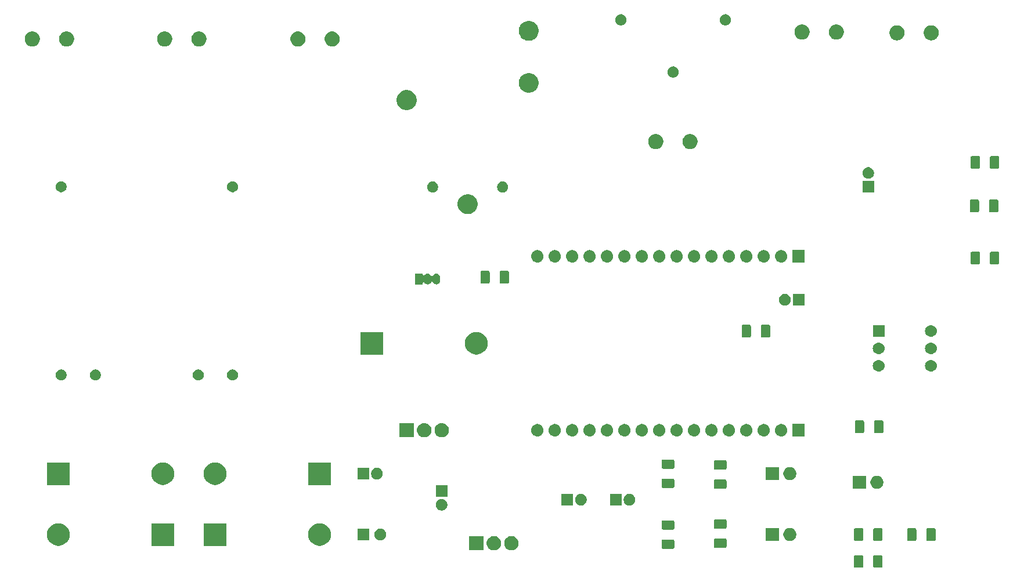
<source format=gbr>
G04 #@! TF.GenerationSoftware,KiCad,Pcbnew,(5.0.1)-4*
G04 #@! TF.CreationDate,2021-06-16T15:33:18+02:00*
G04 #@! TF.ProjectId,IOT SMART SWITCH,494F5420534D41525420535749544348,1.0*
G04 #@! TF.SameCoordinates,Original*
G04 #@! TF.FileFunction,Soldermask,Top*
G04 #@! TF.FilePolarity,Negative*
%FSLAX46Y46*%
G04 Gerber Fmt 4.6, Leading zero omitted, Abs format (unit mm)*
G04 Created by KiCad (PCBNEW (5.0.1)-4) date 2021/06/16 15:33:18*
%MOMM*%
%LPD*%
G01*
G04 APERTURE LIST*
%ADD10C,0.100000*%
G04 APERTURE END LIST*
D10*
G36*
X202575604Y-121125347D02*
X202612145Y-121136432D01*
X202645820Y-121154431D01*
X202675341Y-121178659D01*
X202699569Y-121208180D01*
X202717568Y-121241855D01*
X202728653Y-121278396D01*
X202733000Y-121322538D01*
X202733000Y-122771462D01*
X202728653Y-122815604D01*
X202717568Y-122852145D01*
X202699569Y-122885820D01*
X202675341Y-122915341D01*
X202645820Y-122939569D01*
X202612145Y-122957568D01*
X202575604Y-122968653D01*
X202531462Y-122973000D01*
X201582538Y-122973000D01*
X201538396Y-122968653D01*
X201501855Y-122957568D01*
X201468180Y-122939569D01*
X201438659Y-122915341D01*
X201414431Y-122885820D01*
X201396432Y-122852145D01*
X201385347Y-122815604D01*
X201381000Y-122771462D01*
X201381000Y-121322538D01*
X201385347Y-121278396D01*
X201396432Y-121241855D01*
X201414431Y-121208180D01*
X201438659Y-121178659D01*
X201468180Y-121154431D01*
X201501855Y-121136432D01*
X201538396Y-121125347D01*
X201582538Y-121121000D01*
X202531462Y-121121000D01*
X202575604Y-121125347D01*
X202575604Y-121125347D01*
G37*
G36*
X199775604Y-121125347D02*
X199812145Y-121136432D01*
X199845820Y-121154431D01*
X199875341Y-121178659D01*
X199899569Y-121208180D01*
X199917568Y-121241855D01*
X199928653Y-121278396D01*
X199933000Y-121322538D01*
X199933000Y-122771462D01*
X199928653Y-122815604D01*
X199917568Y-122852145D01*
X199899569Y-122885820D01*
X199875341Y-122915341D01*
X199845820Y-122939569D01*
X199812145Y-122957568D01*
X199775604Y-122968653D01*
X199731462Y-122973000D01*
X198782538Y-122973000D01*
X198738396Y-122968653D01*
X198701855Y-122957568D01*
X198668180Y-122939569D01*
X198638659Y-122915341D01*
X198614431Y-122885820D01*
X198596432Y-122852145D01*
X198585347Y-122815604D01*
X198581000Y-122771462D01*
X198581000Y-121322538D01*
X198585347Y-121278396D01*
X198596432Y-121241855D01*
X198614431Y-121208180D01*
X198638659Y-121178659D01*
X198668180Y-121154431D01*
X198701855Y-121136432D01*
X198738396Y-121125347D01*
X198782538Y-121121000D01*
X199731462Y-121121000D01*
X199775604Y-121125347D01*
X199775604Y-121125347D01*
G37*
G36*
X148809196Y-118358228D02*
X148913649Y-118379005D01*
X148933906Y-118387396D01*
X149103098Y-118457477D01*
X149273602Y-118571404D01*
X149418596Y-118716398D01*
X149532523Y-118886902D01*
X149570398Y-118978341D01*
X149600763Y-119051648D01*
X149610995Y-119076352D01*
X149651000Y-119277469D01*
X149651000Y-119482531D01*
X149610995Y-119683648D01*
X149532523Y-119873098D01*
X149418596Y-120043602D01*
X149273602Y-120188596D01*
X149103098Y-120302523D01*
X148969137Y-120358011D01*
X148913649Y-120380995D01*
X148813089Y-120400998D01*
X148712531Y-120421000D01*
X148507469Y-120421000D01*
X148406911Y-120400998D01*
X148306351Y-120380995D01*
X148250863Y-120358011D01*
X148116902Y-120302523D01*
X147946398Y-120188596D01*
X147801404Y-120043602D01*
X147687477Y-119873098D01*
X147609005Y-119683648D01*
X147569000Y-119482531D01*
X147569000Y-119277469D01*
X147609005Y-119076352D01*
X147619238Y-119051648D01*
X147649602Y-118978341D01*
X147687477Y-118886902D01*
X147801404Y-118716398D01*
X147946398Y-118571404D01*
X148116902Y-118457477D01*
X148286094Y-118387396D01*
X148306351Y-118379005D01*
X148410804Y-118358228D01*
X148507469Y-118339000D01*
X148712531Y-118339000D01*
X148809196Y-118358228D01*
X148809196Y-118358228D01*
G37*
G36*
X146259196Y-118358228D02*
X146363649Y-118379005D01*
X146383906Y-118387396D01*
X146553098Y-118457477D01*
X146723602Y-118571404D01*
X146868596Y-118716398D01*
X146982523Y-118886902D01*
X147020398Y-118978341D01*
X147050763Y-119051648D01*
X147060995Y-119076352D01*
X147101000Y-119277469D01*
X147101000Y-119482531D01*
X147060995Y-119683648D01*
X146982523Y-119873098D01*
X146868596Y-120043602D01*
X146723602Y-120188596D01*
X146553098Y-120302523D01*
X146419137Y-120358011D01*
X146363649Y-120380995D01*
X146263089Y-120400998D01*
X146162531Y-120421000D01*
X145957469Y-120421000D01*
X145856911Y-120400998D01*
X145756351Y-120380995D01*
X145700863Y-120358011D01*
X145566902Y-120302523D01*
X145396398Y-120188596D01*
X145251404Y-120043602D01*
X145137477Y-119873098D01*
X145059005Y-119683648D01*
X145019000Y-119482531D01*
X145019000Y-119277469D01*
X145059005Y-119076352D01*
X145069238Y-119051648D01*
X145099602Y-118978341D01*
X145137477Y-118886902D01*
X145251404Y-118716398D01*
X145396398Y-118571404D01*
X145566902Y-118457477D01*
X145736094Y-118387396D01*
X145756351Y-118379005D01*
X145860804Y-118358228D01*
X145957469Y-118339000D01*
X146162531Y-118339000D01*
X146259196Y-118358228D01*
X146259196Y-118358228D01*
G37*
G36*
X144551000Y-120421000D02*
X142469000Y-120421000D01*
X142469000Y-118339000D01*
X144551000Y-118339000D01*
X144551000Y-120421000D01*
X144551000Y-120421000D01*
G37*
G36*
X172218604Y-118838347D02*
X172255145Y-118849432D01*
X172288820Y-118867431D01*
X172318341Y-118891659D01*
X172342569Y-118921180D01*
X172360568Y-118954855D01*
X172371653Y-118991396D01*
X172376000Y-119035538D01*
X172376000Y-119984462D01*
X172371653Y-120028604D01*
X172360568Y-120065145D01*
X172342569Y-120098820D01*
X172318341Y-120128341D01*
X172288820Y-120152569D01*
X172255145Y-120170568D01*
X172218604Y-120181653D01*
X172174462Y-120186000D01*
X170725538Y-120186000D01*
X170681396Y-120181653D01*
X170644855Y-120170568D01*
X170611180Y-120152569D01*
X170581659Y-120128341D01*
X170557431Y-120098820D01*
X170539432Y-120065145D01*
X170528347Y-120028604D01*
X170524000Y-119984462D01*
X170524000Y-119035538D01*
X170528347Y-118991396D01*
X170539432Y-118954855D01*
X170557431Y-118921180D01*
X170581659Y-118891659D01*
X170611180Y-118867431D01*
X170644855Y-118849432D01*
X170681396Y-118838347D01*
X170725538Y-118834000D01*
X172174462Y-118834000D01*
X172218604Y-118838347D01*
X172218604Y-118838347D01*
G37*
G36*
X179838604Y-118708347D02*
X179875145Y-118719432D01*
X179908820Y-118737431D01*
X179938341Y-118761659D01*
X179962569Y-118791180D01*
X179980568Y-118824855D01*
X179991653Y-118861396D01*
X179996000Y-118905538D01*
X179996000Y-119854462D01*
X179991653Y-119898604D01*
X179980568Y-119935145D01*
X179962569Y-119968820D01*
X179938341Y-119998341D01*
X179908820Y-120022569D01*
X179875145Y-120040568D01*
X179838604Y-120051653D01*
X179794462Y-120056000D01*
X178345538Y-120056000D01*
X178301396Y-120051653D01*
X178264855Y-120040568D01*
X178231180Y-120022569D01*
X178201659Y-119998341D01*
X178177431Y-119968820D01*
X178159432Y-119935145D01*
X178148347Y-119898604D01*
X178144000Y-119854462D01*
X178144000Y-118905538D01*
X178148347Y-118861396D01*
X178159432Y-118824855D01*
X178177431Y-118791180D01*
X178201659Y-118761659D01*
X178231180Y-118737431D01*
X178264855Y-118719432D01*
X178301396Y-118708347D01*
X178345538Y-118704000D01*
X179794462Y-118704000D01*
X179838604Y-118708347D01*
X179838604Y-118708347D01*
G37*
G36*
X120973654Y-116482888D02*
X121284865Y-116577294D01*
X121571686Y-116730603D01*
X121823082Y-116936918D01*
X122029397Y-117188314D01*
X122182706Y-117475135D01*
X122277112Y-117786346D01*
X122308988Y-118110000D01*
X122277112Y-118433654D01*
X122182706Y-118744865D01*
X122029397Y-119031686D01*
X121823082Y-119283082D01*
X121571686Y-119489397D01*
X121284865Y-119642706D01*
X120973654Y-119737112D01*
X120731107Y-119761000D01*
X120568893Y-119761000D01*
X120326346Y-119737112D01*
X120015135Y-119642706D01*
X119728314Y-119489397D01*
X119476918Y-119283082D01*
X119270603Y-119031686D01*
X119117294Y-118744865D01*
X119022888Y-118433654D01*
X118991012Y-118110000D01*
X119022888Y-117786346D01*
X119117294Y-117475135D01*
X119270603Y-117188314D01*
X119476918Y-116936918D01*
X119728314Y-116730603D01*
X120015135Y-116577294D01*
X120326346Y-116482888D01*
X120568893Y-116459000D01*
X120731107Y-116459000D01*
X120973654Y-116482888D01*
X120973654Y-116482888D01*
G37*
G36*
X107061000Y-119761000D02*
X103759000Y-119761000D01*
X103759000Y-116459000D01*
X107061000Y-116459000D01*
X107061000Y-119761000D01*
X107061000Y-119761000D01*
G37*
G36*
X99441000Y-119761000D02*
X96139000Y-119761000D01*
X96139000Y-116459000D01*
X99441000Y-116459000D01*
X99441000Y-119761000D01*
X99441000Y-119761000D01*
G37*
G36*
X82873654Y-116482888D02*
X83184865Y-116577294D01*
X83471686Y-116730603D01*
X83723082Y-116936918D01*
X83929397Y-117188314D01*
X84082706Y-117475135D01*
X84177112Y-117786346D01*
X84208988Y-118110000D01*
X84177112Y-118433654D01*
X84082706Y-118744865D01*
X83929397Y-119031686D01*
X83723082Y-119283082D01*
X83471686Y-119489397D01*
X83184865Y-119642706D01*
X82873654Y-119737112D01*
X82631107Y-119761000D01*
X82468893Y-119761000D01*
X82226346Y-119737112D01*
X81915135Y-119642706D01*
X81628314Y-119489397D01*
X81376918Y-119283082D01*
X81170603Y-119031686D01*
X81017294Y-118744865D01*
X80922888Y-118433654D01*
X80891012Y-118110000D01*
X80922888Y-117786346D01*
X81017294Y-117475135D01*
X81170603Y-117188314D01*
X81376918Y-116936918D01*
X81628314Y-116730603D01*
X81915135Y-116577294D01*
X82226346Y-116482888D01*
X82468893Y-116459000D01*
X82631107Y-116459000D01*
X82873654Y-116482888D01*
X82873654Y-116482888D01*
G37*
G36*
X187641000Y-119061000D02*
X185739000Y-119061000D01*
X185739000Y-117159000D01*
X187641000Y-117159000D01*
X187641000Y-119061000D01*
X187641000Y-119061000D01*
G37*
G36*
X189507396Y-117195546D02*
X189680466Y-117267234D01*
X189836230Y-117371312D01*
X189968688Y-117503770D01*
X190072766Y-117659534D01*
X190144454Y-117832604D01*
X190181000Y-118016333D01*
X190181000Y-118203667D01*
X190144454Y-118387396D01*
X190072766Y-118560466D01*
X189968688Y-118716230D01*
X189836230Y-118848688D01*
X189680466Y-118952766D01*
X189507396Y-119024454D01*
X189323667Y-119061000D01*
X189136333Y-119061000D01*
X188952604Y-119024454D01*
X188779534Y-118952766D01*
X188623770Y-118848688D01*
X188491312Y-118716230D01*
X188387234Y-118560466D01*
X188315546Y-118387396D01*
X188279000Y-118203667D01*
X188279000Y-118016333D01*
X188315546Y-117832604D01*
X188387234Y-117659534D01*
X188491312Y-117503770D01*
X188623770Y-117371312D01*
X188779534Y-117267234D01*
X188952604Y-117195546D01*
X189136333Y-117159000D01*
X189323667Y-117159000D01*
X189507396Y-117195546D01*
X189507396Y-117195546D01*
G37*
G36*
X210322604Y-117188347D02*
X210359145Y-117199432D01*
X210392820Y-117217431D01*
X210422341Y-117241659D01*
X210446569Y-117271180D01*
X210464568Y-117304855D01*
X210475653Y-117341396D01*
X210480000Y-117385538D01*
X210480000Y-118834462D01*
X210475653Y-118878604D01*
X210464568Y-118915145D01*
X210446569Y-118948820D01*
X210422341Y-118978341D01*
X210392820Y-119002569D01*
X210359145Y-119020568D01*
X210322604Y-119031653D01*
X210278462Y-119036000D01*
X209329538Y-119036000D01*
X209285396Y-119031653D01*
X209248855Y-119020568D01*
X209215180Y-119002569D01*
X209185659Y-118978341D01*
X209161431Y-118948820D01*
X209143432Y-118915145D01*
X209132347Y-118878604D01*
X209128000Y-118834462D01*
X209128000Y-117385538D01*
X209132347Y-117341396D01*
X209143432Y-117304855D01*
X209161431Y-117271180D01*
X209185659Y-117241659D01*
X209215180Y-117217431D01*
X209248855Y-117199432D01*
X209285396Y-117188347D01*
X209329538Y-117184000D01*
X210278462Y-117184000D01*
X210322604Y-117188347D01*
X210322604Y-117188347D01*
G37*
G36*
X207522604Y-117188347D02*
X207559145Y-117199432D01*
X207592820Y-117217431D01*
X207622341Y-117241659D01*
X207646569Y-117271180D01*
X207664568Y-117304855D01*
X207675653Y-117341396D01*
X207680000Y-117385538D01*
X207680000Y-118834462D01*
X207675653Y-118878604D01*
X207664568Y-118915145D01*
X207646569Y-118948820D01*
X207622341Y-118978341D01*
X207592820Y-119002569D01*
X207559145Y-119020568D01*
X207522604Y-119031653D01*
X207478462Y-119036000D01*
X206529538Y-119036000D01*
X206485396Y-119031653D01*
X206448855Y-119020568D01*
X206415180Y-119002569D01*
X206385659Y-118978341D01*
X206361431Y-118948820D01*
X206343432Y-118915145D01*
X206332347Y-118878604D01*
X206328000Y-118834462D01*
X206328000Y-117385538D01*
X206332347Y-117341396D01*
X206343432Y-117304855D01*
X206361431Y-117271180D01*
X206385659Y-117241659D01*
X206415180Y-117217431D01*
X206448855Y-117199432D01*
X206485396Y-117188347D01*
X206529538Y-117184000D01*
X207478462Y-117184000D01*
X207522604Y-117188347D01*
X207522604Y-117188347D01*
G37*
G36*
X199778604Y-117188347D02*
X199815145Y-117199432D01*
X199848820Y-117217431D01*
X199878341Y-117241659D01*
X199902569Y-117271180D01*
X199920568Y-117304855D01*
X199931653Y-117341396D01*
X199936000Y-117385538D01*
X199936000Y-118834462D01*
X199931653Y-118878604D01*
X199920568Y-118915145D01*
X199902569Y-118948820D01*
X199878341Y-118978341D01*
X199848820Y-119002569D01*
X199815145Y-119020568D01*
X199778604Y-119031653D01*
X199734462Y-119036000D01*
X198785538Y-119036000D01*
X198741396Y-119031653D01*
X198704855Y-119020568D01*
X198671180Y-119002569D01*
X198641659Y-118978341D01*
X198617431Y-118948820D01*
X198599432Y-118915145D01*
X198588347Y-118878604D01*
X198584000Y-118834462D01*
X198584000Y-117385538D01*
X198588347Y-117341396D01*
X198599432Y-117304855D01*
X198617431Y-117271180D01*
X198641659Y-117241659D01*
X198671180Y-117217431D01*
X198704855Y-117199432D01*
X198741396Y-117188347D01*
X198785538Y-117184000D01*
X199734462Y-117184000D01*
X199778604Y-117188347D01*
X199778604Y-117188347D01*
G37*
G36*
X202578604Y-117188347D02*
X202615145Y-117199432D01*
X202648820Y-117217431D01*
X202678341Y-117241659D01*
X202702569Y-117271180D01*
X202720568Y-117304855D01*
X202731653Y-117341396D01*
X202736000Y-117385538D01*
X202736000Y-118834462D01*
X202731653Y-118878604D01*
X202720568Y-118915145D01*
X202702569Y-118948820D01*
X202678341Y-118978341D01*
X202648820Y-119002569D01*
X202615145Y-119020568D01*
X202578604Y-119031653D01*
X202534462Y-119036000D01*
X201585538Y-119036000D01*
X201541396Y-119031653D01*
X201504855Y-119020568D01*
X201471180Y-119002569D01*
X201441659Y-118978341D01*
X201417431Y-118948820D01*
X201399432Y-118915145D01*
X201388347Y-118878604D01*
X201384000Y-118834462D01*
X201384000Y-117385538D01*
X201388347Y-117341396D01*
X201399432Y-117304855D01*
X201417431Y-117271180D01*
X201441659Y-117241659D01*
X201471180Y-117217431D01*
X201504855Y-117199432D01*
X201541396Y-117188347D01*
X201585538Y-117184000D01*
X202534462Y-117184000D01*
X202578604Y-117188347D01*
X202578604Y-117188347D01*
G37*
G36*
X129748228Y-117291703D02*
X129903100Y-117355853D01*
X130042481Y-117448985D01*
X130161015Y-117567519D01*
X130254147Y-117706900D01*
X130318297Y-117861772D01*
X130351000Y-118026184D01*
X130351000Y-118193816D01*
X130318297Y-118358228D01*
X130254147Y-118513100D01*
X130161015Y-118652481D01*
X130042481Y-118771015D01*
X129903100Y-118864147D01*
X129748228Y-118928297D01*
X129583816Y-118961000D01*
X129416184Y-118961000D01*
X129251772Y-118928297D01*
X129096900Y-118864147D01*
X128957519Y-118771015D01*
X128838985Y-118652481D01*
X128745853Y-118513100D01*
X128681703Y-118358228D01*
X128649000Y-118193816D01*
X128649000Y-118026184D01*
X128681703Y-117861772D01*
X128745853Y-117706900D01*
X128838985Y-117567519D01*
X128957519Y-117448985D01*
X129096900Y-117355853D01*
X129251772Y-117291703D01*
X129416184Y-117259000D01*
X129583816Y-117259000D01*
X129748228Y-117291703D01*
X129748228Y-117291703D01*
G37*
G36*
X127851000Y-118961000D02*
X126149000Y-118961000D01*
X126149000Y-117259000D01*
X127851000Y-117259000D01*
X127851000Y-118961000D01*
X127851000Y-118961000D01*
G37*
G36*
X172218604Y-116038347D02*
X172255145Y-116049432D01*
X172288820Y-116067431D01*
X172318341Y-116091659D01*
X172342569Y-116121180D01*
X172360568Y-116154855D01*
X172371653Y-116191396D01*
X172376000Y-116235538D01*
X172376000Y-117184462D01*
X172371653Y-117228604D01*
X172360568Y-117265145D01*
X172342569Y-117298820D01*
X172318341Y-117328341D01*
X172288820Y-117352569D01*
X172255145Y-117370568D01*
X172218604Y-117381653D01*
X172174462Y-117386000D01*
X170725538Y-117386000D01*
X170681396Y-117381653D01*
X170644855Y-117370568D01*
X170611180Y-117352569D01*
X170581659Y-117328341D01*
X170557431Y-117298820D01*
X170539432Y-117265145D01*
X170528347Y-117228604D01*
X170524000Y-117184462D01*
X170524000Y-116235538D01*
X170528347Y-116191396D01*
X170539432Y-116154855D01*
X170557431Y-116121180D01*
X170581659Y-116091659D01*
X170611180Y-116067431D01*
X170644855Y-116049432D01*
X170681396Y-116038347D01*
X170725538Y-116034000D01*
X172174462Y-116034000D01*
X172218604Y-116038347D01*
X172218604Y-116038347D01*
G37*
G36*
X179838604Y-115908347D02*
X179875145Y-115919432D01*
X179908820Y-115937431D01*
X179938341Y-115961659D01*
X179962569Y-115991180D01*
X179980568Y-116024855D01*
X179991653Y-116061396D01*
X179996000Y-116105538D01*
X179996000Y-117054462D01*
X179991653Y-117098604D01*
X179980568Y-117135145D01*
X179962569Y-117168820D01*
X179938341Y-117198341D01*
X179908820Y-117222569D01*
X179875145Y-117240568D01*
X179838604Y-117251653D01*
X179794462Y-117256000D01*
X178345538Y-117256000D01*
X178301396Y-117251653D01*
X178264855Y-117240568D01*
X178231180Y-117222569D01*
X178201659Y-117198341D01*
X178177431Y-117168820D01*
X178159432Y-117135145D01*
X178148347Y-117098604D01*
X178144000Y-117054462D01*
X178144000Y-116105538D01*
X178148347Y-116061396D01*
X178159432Y-116024855D01*
X178177431Y-115991180D01*
X178201659Y-115961659D01*
X178231180Y-115937431D01*
X178264855Y-115919432D01*
X178301396Y-115908347D01*
X178345538Y-115904000D01*
X179794462Y-115904000D01*
X179838604Y-115908347D01*
X179838604Y-115908347D01*
G37*
G36*
X138678228Y-112941703D02*
X138833100Y-113005853D01*
X138972481Y-113098985D01*
X139091015Y-113217519D01*
X139184147Y-113356900D01*
X139248297Y-113511772D01*
X139281000Y-113676184D01*
X139281000Y-113843816D01*
X139248297Y-114008228D01*
X139184147Y-114163100D01*
X139091015Y-114302481D01*
X138972481Y-114421015D01*
X138833100Y-114514147D01*
X138678228Y-114578297D01*
X138513816Y-114611000D01*
X138346184Y-114611000D01*
X138181772Y-114578297D01*
X138026900Y-114514147D01*
X137887519Y-114421015D01*
X137768985Y-114302481D01*
X137675853Y-114163100D01*
X137611703Y-114008228D01*
X137579000Y-113843816D01*
X137579000Y-113676184D01*
X137611703Y-113511772D01*
X137675853Y-113356900D01*
X137768985Y-113217519D01*
X137887519Y-113098985D01*
X138026900Y-113005853D01*
X138181772Y-112941703D01*
X138346184Y-112909000D01*
X138513816Y-112909000D01*
X138678228Y-112941703D01*
X138678228Y-112941703D01*
G37*
G36*
X166078228Y-112211703D02*
X166233100Y-112275853D01*
X166372481Y-112368985D01*
X166491015Y-112487519D01*
X166584147Y-112626900D01*
X166648297Y-112781772D01*
X166681000Y-112946184D01*
X166681000Y-113113816D01*
X166648297Y-113278228D01*
X166584147Y-113433100D01*
X166491015Y-113572481D01*
X166372481Y-113691015D01*
X166233100Y-113784147D01*
X166078228Y-113848297D01*
X165913816Y-113881000D01*
X165746184Y-113881000D01*
X165581772Y-113848297D01*
X165426900Y-113784147D01*
X165287519Y-113691015D01*
X165168985Y-113572481D01*
X165075853Y-113433100D01*
X165011703Y-113278228D01*
X164979000Y-113113816D01*
X164979000Y-112946184D01*
X165011703Y-112781772D01*
X165075853Y-112626900D01*
X165168985Y-112487519D01*
X165287519Y-112368985D01*
X165426900Y-112275853D01*
X165581772Y-112211703D01*
X165746184Y-112179000D01*
X165913816Y-112179000D01*
X166078228Y-112211703D01*
X166078228Y-112211703D01*
G37*
G36*
X164681000Y-113881000D02*
X162979000Y-113881000D01*
X162979000Y-112179000D01*
X164681000Y-112179000D01*
X164681000Y-113881000D01*
X164681000Y-113881000D01*
G37*
G36*
X158998228Y-112211703D02*
X159153100Y-112275853D01*
X159292481Y-112368985D01*
X159411015Y-112487519D01*
X159504147Y-112626900D01*
X159568297Y-112781772D01*
X159601000Y-112946184D01*
X159601000Y-113113816D01*
X159568297Y-113278228D01*
X159504147Y-113433100D01*
X159411015Y-113572481D01*
X159292481Y-113691015D01*
X159153100Y-113784147D01*
X158998228Y-113848297D01*
X158833816Y-113881000D01*
X158666184Y-113881000D01*
X158501772Y-113848297D01*
X158346900Y-113784147D01*
X158207519Y-113691015D01*
X158088985Y-113572481D01*
X157995853Y-113433100D01*
X157931703Y-113278228D01*
X157899000Y-113113816D01*
X157899000Y-112946184D01*
X157931703Y-112781772D01*
X157995853Y-112626900D01*
X158088985Y-112487519D01*
X158207519Y-112368985D01*
X158346900Y-112275853D01*
X158501772Y-112211703D01*
X158666184Y-112179000D01*
X158833816Y-112179000D01*
X158998228Y-112211703D01*
X158998228Y-112211703D01*
G37*
G36*
X157601000Y-113881000D02*
X155899000Y-113881000D01*
X155899000Y-112179000D01*
X157601000Y-112179000D01*
X157601000Y-113881000D01*
X157601000Y-113881000D01*
G37*
G36*
X139281000Y-112611000D02*
X137579000Y-112611000D01*
X137579000Y-110909000D01*
X139281000Y-110909000D01*
X139281000Y-112611000D01*
X139281000Y-112611000D01*
G37*
G36*
X202207396Y-109575546D02*
X202380466Y-109647234D01*
X202536230Y-109751312D01*
X202668688Y-109883770D01*
X202772766Y-110039534D01*
X202844454Y-110212604D01*
X202881000Y-110396333D01*
X202881000Y-110583667D01*
X202844454Y-110767396D01*
X202772766Y-110940466D01*
X202668688Y-111096230D01*
X202536230Y-111228688D01*
X202380466Y-111332766D01*
X202207396Y-111404454D01*
X202023667Y-111441000D01*
X201836333Y-111441000D01*
X201652604Y-111404454D01*
X201479534Y-111332766D01*
X201323770Y-111228688D01*
X201191312Y-111096230D01*
X201087234Y-110940466D01*
X201015546Y-110767396D01*
X200979000Y-110583667D01*
X200979000Y-110396333D01*
X201015546Y-110212604D01*
X201087234Y-110039534D01*
X201191312Y-109883770D01*
X201323770Y-109751312D01*
X201479534Y-109647234D01*
X201652604Y-109575546D01*
X201836333Y-109539000D01*
X202023667Y-109539000D01*
X202207396Y-109575546D01*
X202207396Y-109575546D01*
G37*
G36*
X200341000Y-111441000D02*
X198439000Y-111441000D01*
X198439000Y-109539000D01*
X200341000Y-109539000D01*
X200341000Y-111441000D01*
X200341000Y-111441000D01*
G37*
G36*
X179838604Y-110078347D02*
X179875145Y-110089432D01*
X179908820Y-110107431D01*
X179938341Y-110131659D01*
X179962569Y-110161180D01*
X179980568Y-110194855D01*
X179991653Y-110231396D01*
X179996000Y-110275538D01*
X179996000Y-111224462D01*
X179991653Y-111268604D01*
X179980568Y-111305145D01*
X179962569Y-111338820D01*
X179938341Y-111368341D01*
X179908820Y-111392569D01*
X179875145Y-111410568D01*
X179838604Y-111421653D01*
X179794462Y-111426000D01*
X178345538Y-111426000D01*
X178301396Y-111421653D01*
X178264855Y-111410568D01*
X178231180Y-111392569D01*
X178201659Y-111368341D01*
X178177431Y-111338820D01*
X178159432Y-111305145D01*
X178148347Y-111268604D01*
X178144000Y-111224462D01*
X178144000Y-110275538D01*
X178148347Y-110231396D01*
X178159432Y-110194855D01*
X178177431Y-110161180D01*
X178201659Y-110131659D01*
X178231180Y-110107431D01*
X178264855Y-110089432D01*
X178301396Y-110078347D01*
X178345538Y-110074000D01*
X179794462Y-110074000D01*
X179838604Y-110078347D01*
X179838604Y-110078347D01*
G37*
G36*
X172218604Y-109948347D02*
X172255145Y-109959432D01*
X172288820Y-109977431D01*
X172318341Y-110001659D01*
X172342569Y-110031180D01*
X172360568Y-110064855D01*
X172371653Y-110101396D01*
X172376000Y-110145538D01*
X172376000Y-111094462D01*
X172371653Y-111138604D01*
X172360568Y-111175145D01*
X172342569Y-111208820D01*
X172318341Y-111238341D01*
X172288820Y-111262569D01*
X172255145Y-111280568D01*
X172218604Y-111291653D01*
X172174462Y-111296000D01*
X170725538Y-111296000D01*
X170681396Y-111291653D01*
X170644855Y-111280568D01*
X170611180Y-111262569D01*
X170581659Y-111238341D01*
X170557431Y-111208820D01*
X170539432Y-111175145D01*
X170528347Y-111138604D01*
X170524000Y-111094462D01*
X170524000Y-110145538D01*
X170528347Y-110101396D01*
X170539432Y-110064855D01*
X170557431Y-110031180D01*
X170581659Y-110001659D01*
X170611180Y-109977431D01*
X170644855Y-109959432D01*
X170681396Y-109948347D01*
X170725538Y-109944000D01*
X172174462Y-109944000D01*
X172218604Y-109948347D01*
X172218604Y-109948347D01*
G37*
G36*
X98113654Y-107592888D02*
X98424865Y-107687294D01*
X98711686Y-107840603D01*
X98963082Y-108046918D01*
X99169397Y-108298314D01*
X99322706Y-108585135D01*
X99417112Y-108896346D01*
X99448988Y-109220000D01*
X99417112Y-109543654D01*
X99322706Y-109854865D01*
X99169397Y-110141686D01*
X98963082Y-110393082D01*
X98711686Y-110599397D01*
X98424865Y-110752706D01*
X98113654Y-110847112D01*
X97871107Y-110871000D01*
X97708893Y-110871000D01*
X97466346Y-110847112D01*
X97155135Y-110752706D01*
X96868314Y-110599397D01*
X96616918Y-110393082D01*
X96410603Y-110141686D01*
X96257294Y-109854865D01*
X96162888Y-109543654D01*
X96131012Y-109220000D01*
X96162888Y-108896346D01*
X96257294Y-108585135D01*
X96410603Y-108298314D01*
X96616918Y-108046918D01*
X96868314Y-107840603D01*
X97155135Y-107687294D01*
X97466346Y-107592888D01*
X97708893Y-107569000D01*
X97871107Y-107569000D01*
X98113654Y-107592888D01*
X98113654Y-107592888D01*
G37*
G36*
X84201000Y-110871000D02*
X80899000Y-110871000D01*
X80899000Y-107569000D01*
X84201000Y-107569000D01*
X84201000Y-110871000D01*
X84201000Y-110871000D01*
G37*
G36*
X105733654Y-107592888D02*
X106044865Y-107687294D01*
X106331686Y-107840603D01*
X106583082Y-108046918D01*
X106789397Y-108298314D01*
X106942706Y-108585135D01*
X107037112Y-108896346D01*
X107068988Y-109220000D01*
X107037112Y-109543654D01*
X106942706Y-109854865D01*
X106789397Y-110141686D01*
X106583082Y-110393082D01*
X106331686Y-110599397D01*
X106044865Y-110752706D01*
X105733654Y-110847112D01*
X105491107Y-110871000D01*
X105328893Y-110871000D01*
X105086346Y-110847112D01*
X104775135Y-110752706D01*
X104488314Y-110599397D01*
X104236918Y-110393082D01*
X104030603Y-110141686D01*
X103877294Y-109854865D01*
X103782888Y-109543654D01*
X103751012Y-109220000D01*
X103782888Y-108896346D01*
X103877294Y-108585135D01*
X104030603Y-108298314D01*
X104236918Y-108046918D01*
X104488314Y-107840603D01*
X104775135Y-107687294D01*
X105086346Y-107592888D01*
X105328893Y-107569000D01*
X105491107Y-107569000D01*
X105733654Y-107592888D01*
X105733654Y-107592888D01*
G37*
G36*
X122301000Y-110871000D02*
X118999000Y-110871000D01*
X118999000Y-107569000D01*
X122301000Y-107569000D01*
X122301000Y-110871000D01*
X122301000Y-110871000D01*
G37*
G36*
X189507396Y-108305546D02*
X189680466Y-108377234D01*
X189836230Y-108481312D01*
X189968688Y-108613770D01*
X190072766Y-108769534D01*
X190144454Y-108942604D01*
X190181000Y-109126333D01*
X190181000Y-109313667D01*
X190144454Y-109497396D01*
X190072766Y-109670466D01*
X189968688Y-109826230D01*
X189836230Y-109958688D01*
X189680466Y-110062766D01*
X189507396Y-110134454D01*
X189323667Y-110171000D01*
X189136333Y-110171000D01*
X188952604Y-110134454D01*
X188779534Y-110062766D01*
X188623770Y-109958688D01*
X188491312Y-109826230D01*
X188387234Y-109670466D01*
X188315546Y-109497396D01*
X188279000Y-109313667D01*
X188279000Y-109126333D01*
X188315546Y-108942604D01*
X188387234Y-108769534D01*
X188491312Y-108613770D01*
X188623770Y-108481312D01*
X188779534Y-108377234D01*
X188952604Y-108305546D01*
X189136333Y-108269000D01*
X189323667Y-108269000D01*
X189507396Y-108305546D01*
X189507396Y-108305546D01*
G37*
G36*
X187641000Y-110171000D02*
X185739000Y-110171000D01*
X185739000Y-108269000D01*
X187641000Y-108269000D01*
X187641000Y-110171000D01*
X187641000Y-110171000D01*
G37*
G36*
X129248228Y-108401703D02*
X129403100Y-108465853D01*
X129542481Y-108558985D01*
X129661015Y-108677519D01*
X129754147Y-108816900D01*
X129818297Y-108971772D01*
X129851000Y-109136184D01*
X129851000Y-109303816D01*
X129818297Y-109468228D01*
X129754147Y-109623100D01*
X129661015Y-109762481D01*
X129542481Y-109881015D01*
X129403100Y-109974147D01*
X129248228Y-110038297D01*
X129083816Y-110071000D01*
X128916184Y-110071000D01*
X128751772Y-110038297D01*
X128596900Y-109974147D01*
X128457519Y-109881015D01*
X128338985Y-109762481D01*
X128245853Y-109623100D01*
X128181703Y-109468228D01*
X128149000Y-109303816D01*
X128149000Y-109136184D01*
X128181703Y-108971772D01*
X128245853Y-108816900D01*
X128338985Y-108677519D01*
X128457519Y-108558985D01*
X128596900Y-108465853D01*
X128751772Y-108401703D01*
X128916184Y-108369000D01*
X129083816Y-108369000D01*
X129248228Y-108401703D01*
X129248228Y-108401703D01*
G37*
G36*
X127851000Y-110071000D02*
X126149000Y-110071000D01*
X126149000Y-108369000D01*
X127851000Y-108369000D01*
X127851000Y-110071000D01*
X127851000Y-110071000D01*
G37*
G36*
X179838604Y-107278347D02*
X179875145Y-107289432D01*
X179908820Y-107307431D01*
X179938341Y-107331659D01*
X179962569Y-107361180D01*
X179980568Y-107394855D01*
X179991653Y-107431396D01*
X179996000Y-107475538D01*
X179996000Y-108424462D01*
X179991653Y-108468604D01*
X179980568Y-108505145D01*
X179962569Y-108538820D01*
X179938341Y-108568341D01*
X179908820Y-108592569D01*
X179875145Y-108610568D01*
X179838604Y-108621653D01*
X179794462Y-108626000D01*
X178345538Y-108626000D01*
X178301396Y-108621653D01*
X178264855Y-108610568D01*
X178231180Y-108592569D01*
X178201659Y-108568341D01*
X178177431Y-108538820D01*
X178159432Y-108505145D01*
X178148347Y-108468604D01*
X178144000Y-108424462D01*
X178144000Y-107475538D01*
X178148347Y-107431396D01*
X178159432Y-107394855D01*
X178177431Y-107361180D01*
X178201659Y-107331659D01*
X178231180Y-107307431D01*
X178264855Y-107289432D01*
X178301396Y-107278347D01*
X178345538Y-107274000D01*
X179794462Y-107274000D01*
X179838604Y-107278347D01*
X179838604Y-107278347D01*
G37*
G36*
X172218604Y-107148347D02*
X172255145Y-107159432D01*
X172288820Y-107177431D01*
X172318341Y-107201659D01*
X172342569Y-107231180D01*
X172360568Y-107264855D01*
X172371653Y-107301396D01*
X172376000Y-107345538D01*
X172376000Y-108294462D01*
X172371653Y-108338604D01*
X172360568Y-108375145D01*
X172342569Y-108408820D01*
X172318341Y-108438341D01*
X172288820Y-108462569D01*
X172255145Y-108480568D01*
X172218604Y-108491653D01*
X172174462Y-108496000D01*
X170725538Y-108496000D01*
X170681396Y-108491653D01*
X170644855Y-108480568D01*
X170611180Y-108462569D01*
X170581659Y-108438341D01*
X170557431Y-108408820D01*
X170539432Y-108375145D01*
X170528347Y-108338604D01*
X170524000Y-108294462D01*
X170524000Y-107345538D01*
X170528347Y-107301396D01*
X170539432Y-107264855D01*
X170557431Y-107231180D01*
X170581659Y-107201659D01*
X170611180Y-107177431D01*
X170644855Y-107159432D01*
X170681396Y-107148347D01*
X170725538Y-107144000D01*
X172174462Y-107144000D01*
X172218604Y-107148347D01*
X172218604Y-107148347D01*
G37*
G36*
X134391000Y-103911000D02*
X132309000Y-103911000D01*
X132309000Y-101829000D01*
X134391000Y-101829000D01*
X134391000Y-103911000D01*
X134391000Y-103911000D01*
G37*
G36*
X138653090Y-101849003D02*
X138753649Y-101869005D01*
X138809137Y-101891989D01*
X138943098Y-101947477D01*
X139113602Y-102061404D01*
X139258596Y-102206398D01*
X139372523Y-102376902D01*
X139450995Y-102566352D01*
X139491000Y-102767469D01*
X139491000Y-102972531D01*
X139450995Y-103173648D01*
X139372523Y-103363098D01*
X139258596Y-103533602D01*
X139113602Y-103678596D01*
X138943098Y-103792523D01*
X138809137Y-103848011D01*
X138753649Y-103870995D01*
X138653090Y-103890997D01*
X138552531Y-103911000D01*
X138347469Y-103911000D01*
X138246910Y-103890997D01*
X138146351Y-103870995D01*
X138090863Y-103848011D01*
X137956902Y-103792523D01*
X137786398Y-103678596D01*
X137641404Y-103533602D01*
X137527477Y-103363098D01*
X137449005Y-103173648D01*
X137409000Y-102972531D01*
X137409000Y-102767469D01*
X137449005Y-102566352D01*
X137527477Y-102376902D01*
X137641404Y-102206398D01*
X137786398Y-102061404D01*
X137956902Y-101947477D01*
X138090863Y-101891989D01*
X138146351Y-101869005D01*
X138246910Y-101849003D01*
X138347469Y-101829000D01*
X138552531Y-101829000D01*
X138653090Y-101849003D01*
X138653090Y-101849003D01*
G37*
G36*
X136103090Y-101849003D02*
X136203649Y-101869005D01*
X136259137Y-101891989D01*
X136393098Y-101947477D01*
X136563602Y-102061404D01*
X136708596Y-102206398D01*
X136822523Y-102376902D01*
X136900995Y-102566352D01*
X136941000Y-102767469D01*
X136941000Y-102972531D01*
X136900995Y-103173648D01*
X136822523Y-103363098D01*
X136708596Y-103533602D01*
X136563602Y-103678596D01*
X136393098Y-103792523D01*
X136259137Y-103848011D01*
X136203649Y-103870995D01*
X136103090Y-103890997D01*
X136002531Y-103911000D01*
X135797469Y-103911000D01*
X135696910Y-103890997D01*
X135596351Y-103870995D01*
X135540863Y-103848011D01*
X135406902Y-103792523D01*
X135236398Y-103678596D01*
X135091404Y-103533602D01*
X134977477Y-103363098D01*
X134899005Y-103173648D01*
X134859000Y-102972531D01*
X134859000Y-102767469D01*
X134899005Y-102566352D01*
X134977477Y-102376902D01*
X135091404Y-102206398D01*
X135236398Y-102061404D01*
X135406902Y-101947477D01*
X135540863Y-101891989D01*
X135596351Y-101869005D01*
X135696910Y-101849003D01*
X135797469Y-101829000D01*
X136002531Y-101829000D01*
X136103090Y-101849003D01*
X136103090Y-101849003D01*
G37*
G36*
X175370442Y-101975518D02*
X175436627Y-101982037D01*
X175549853Y-102016384D01*
X175606467Y-102033557D01*
X175658564Y-102061404D01*
X175762991Y-102117222D01*
X175798729Y-102146552D01*
X175900186Y-102229814D01*
X175983448Y-102331271D01*
X176012778Y-102367009D01*
X176012779Y-102367011D01*
X176096443Y-102523533D01*
X176096443Y-102523534D01*
X176147963Y-102693373D01*
X176165359Y-102870000D01*
X176147963Y-103046627D01*
X176122489Y-103130604D01*
X176096443Y-103216467D01*
X176060531Y-103283653D01*
X176012778Y-103372991D01*
X175983448Y-103408729D01*
X175900186Y-103510186D01*
X175798729Y-103593448D01*
X175762991Y-103622778D01*
X175762989Y-103622779D01*
X175606467Y-103706443D01*
X175549853Y-103723616D01*
X175436627Y-103757963D01*
X175370443Y-103764481D01*
X175304260Y-103771000D01*
X175215740Y-103771000D01*
X175149557Y-103764481D01*
X175083373Y-103757963D01*
X174970147Y-103723616D01*
X174913533Y-103706443D01*
X174757011Y-103622779D01*
X174757009Y-103622778D01*
X174721271Y-103593448D01*
X174619814Y-103510186D01*
X174536552Y-103408729D01*
X174507222Y-103372991D01*
X174459469Y-103283653D01*
X174423557Y-103216467D01*
X174397511Y-103130604D01*
X174372037Y-103046627D01*
X174354641Y-102870000D01*
X174372037Y-102693373D01*
X174423557Y-102523534D01*
X174423557Y-102523533D01*
X174507221Y-102367011D01*
X174507222Y-102367009D01*
X174536552Y-102331271D01*
X174619814Y-102229814D01*
X174721271Y-102146552D01*
X174757009Y-102117222D01*
X174861436Y-102061404D01*
X174913533Y-102033557D01*
X174970147Y-102016384D01*
X175083373Y-101982037D01*
X175149558Y-101975518D01*
X175215740Y-101969000D01*
X175304260Y-101969000D01*
X175370442Y-101975518D01*
X175370442Y-101975518D01*
G37*
G36*
X188070442Y-101975518D02*
X188136627Y-101982037D01*
X188249853Y-102016384D01*
X188306467Y-102033557D01*
X188358564Y-102061404D01*
X188462991Y-102117222D01*
X188498729Y-102146552D01*
X188600186Y-102229814D01*
X188683448Y-102331271D01*
X188712778Y-102367009D01*
X188712779Y-102367011D01*
X188796443Y-102523533D01*
X188796443Y-102523534D01*
X188847963Y-102693373D01*
X188865359Y-102870000D01*
X188847963Y-103046627D01*
X188822489Y-103130604D01*
X188796443Y-103216467D01*
X188760531Y-103283653D01*
X188712778Y-103372991D01*
X188683448Y-103408729D01*
X188600186Y-103510186D01*
X188498729Y-103593448D01*
X188462991Y-103622778D01*
X188462989Y-103622779D01*
X188306467Y-103706443D01*
X188249853Y-103723616D01*
X188136627Y-103757963D01*
X188070443Y-103764481D01*
X188004260Y-103771000D01*
X187915740Y-103771000D01*
X187849557Y-103764481D01*
X187783373Y-103757963D01*
X187670147Y-103723616D01*
X187613533Y-103706443D01*
X187457011Y-103622779D01*
X187457009Y-103622778D01*
X187421271Y-103593448D01*
X187319814Y-103510186D01*
X187236552Y-103408729D01*
X187207222Y-103372991D01*
X187159469Y-103283653D01*
X187123557Y-103216467D01*
X187097511Y-103130604D01*
X187072037Y-103046627D01*
X187054641Y-102870000D01*
X187072037Y-102693373D01*
X187123557Y-102523534D01*
X187123557Y-102523533D01*
X187207221Y-102367011D01*
X187207222Y-102367009D01*
X187236552Y-102331271D01*
X187319814Y-102229814D01*
X187421271Y-102146552D01*
X187457009Y-102117222D01*
X187561436Y-102061404D01*
X187613533Y-102033557D01*
X187670147Y-102016384D01*
X187783373Y-101982037D01*
X187849558Y-101975518D01*
X187915740Y-101969000D01*
X188004260Y-101969000D01*
X188070442Y-101975518D01*
X188070442Y-101975518D01*
G37*
G36*
X152510442Y-101975518D02*
X152576627Y-101982037D01*
X152689853Y-102016384D01*
X152746467Y-102033557D01*
X152798564Y-102061404D01*
X152902991Y-102117222D01*
X152938729Y-102146552D01*
X153040186Y-102229814D01*
X153123448Y-102331271D01*
X153152778Y-102367009D01*
X153152779Y-102367011D01*
X153236443Y-102523533D01*
X153236443Y-102523534D01*
X153287963Y-102693373D01*
X153305359Y-102870000D01*
X153287963Y-103046627D01*
X153262489Y-103130604D01*
X153236443Y-103216467D01*
X153200531Y-103283653D01*
X153152778Y-103372991D01*
X153123448Y-103408729D01*
X153040186Y-103510186D01*
X152938729Y-103593448D01*
X152902991Y-103622778D01*
X152902989Y-103622779D01*
X152746467Y-103706443D01*
X152689853Y-103723616D01*
X152576627Y-103757963D01*
X152510443Y-103764481D01*
X152444260Y-103771000D01*
X152355740Y-103771000D01*
X152289557Y-103764481D01*
X152223373Y-103757963D01*
X152110147Y-103723616D01*
X152053533Y-103706443D01*
X151897011Y-103622779D01*
X151897009Y-103622778D01*
X151861271Y-103593448D01*
X151759814Y-103510186D01*
X151676552Y-103408729D01*
X151647222Y-103372991D01*
X151599469Y-103283653D01*
X151563557Y-103216467D01*
X151537511Y-103130604D01*
X151512037Y-103046627D01*
X151494641Y-102870000D01*
X151512037Y-102693373D01*
X151563557Y-102523534D01*
X151563557Y-102523533D01*
X151647221Y-102367011D01*
X151647222Y-102367009D01*
X151676552Y-102331271D01*
X151759814Y-102229814D01*
X151861271Y-102146552D01*
X151897009Y-102117222D01*
X152001436Y-102061404D01*
X152053533Y-102033557D01*
X152110147Y-102016384D01*
X152223373Y-101982037D01*
X152289558Y-101975518D01*
X152355740Y-101969000D01*
X152444260Y-101969000D01*
X152510442Y-101975518D01*
X152510442Y-101975518D01*
G37*
G36*
X155050442Y-101975518D02*
X155116627Y-101982037D01*
X155229853Y-102016384D01*
X155286467Y-102033557D01*
X155338564Y-102061404D01*
X155442991Y-102117222D01*
X155478729Y-102146552D01*
X155580186Y-102229814D01*
X155663448Y-102331271D01*
X155692778Y-102367009D01*
X155692779Y-102367011D01*
X155776443Y-102523533D01*
X155776443Y-102523534D01*
X155827963Y-102693373D01*
X155845359Y-102870000D01*
X155827963Y-103046627D01*
X155802489Y-103130604D01*
X155776443Y-103216467D01*
X155740531Y-103283653D01*
X155692778Y-103372991D01*
X155663448Y-103408729D01*
X155580186Y-103510186D01*
X155478729Y-103593448D01*
X155442991Y-103622778D01*
X155442989Y-103622779D01*
X155286467Y-103706443D01*
X155229853Y-103723616D01*
X155116627Y-103757963D01*
X155050443Y-103764481D01*
X154984260Y-103771000D01*
X154895740Y-103771000D01*
X154829557Y-103764481D01*
X154763373Y-103757963D01*
X154650147Y-103723616D01*
X154593533Y-103706443D01*
X154437011Y-103622779D01*
X154437009Y-103622778D01*
X154401271Y-103593448D01*
X154299814Y-103510186D01*
X154216552Y-103408729D01*
X154187222Y-103372991D01*
X154139469Y-103283653D01*
X154103557Y-103216467D01*
X154077511Y-103130604D01*
X154052037Y-103046627D01*
X154034641Y-102870000D01*
X154052037Y-102693373D01*
X154103557Y-102523534D01*
X154103557Y-102523533D01*
X154187221Y-102367011D01*
X154187222Y-102367009D01*
X154216552Y-102331271D01*
X154299814Y-102229814D01*
X154401271Y-102146552D01*
X154437009Y-102117222D01*
X154541436Y-102061404D01*
X154593533Y-102033557D01*
X154650147Y-102016384D01*
X154763373Y-101982037D01*
X154829558Y-101975518D01*
X154895740Y-101969000D01*
X154984260Y-101969000D01*
X155050442Y-101975518D01*
X155050442Y-101975518D01*
G37*
G36*
X157590442Y-101975518D02*
X157656627Y-101982037D01*
X157769853Y-102016384D01*
X157826467Y-102033557D01*
X157878564Y-102061404D01*
X157982991Y-102117222D01*
X158018729Y-102146552D01*
X158120186Y-102229814D01*
X158203448Y-102331271D01*
X158232778Y-102367009D01*
X158232779Y-102367011D01*
X158316443Y-102523533D01*
X158316443Y-102523534D01*
X158367963Y-102693373D01*
X158385359Y-102870000D01*
X158367963Y-103046627D01*
X158342489Y-103130604D01*
X158316443Y-103216467D01*
X158280531Y-103283653D01*
X158232778Y-103372991D01*
X158203448Y-103408729D01*
X158120186Y-103510186D01*
X158018729Y-103593448D01*
X157982991Y-103622778D01*
X157982989Y-103622779D01*
X157826467Y-103706443D01*
X157769853Y-103723616D01*
X157656627Y-103757963D01*
X157590443Y-103764481D01*
X157524260Y-103771000D01*
X157435740Y-103771000D01*
X157369557Y-103764481D01*
X157303373Y-103757963D01*
X157190147Y-103723616D01*
X157133533Y-103706443D01*
X156977011Y-103622779D01*
X156977009Y-103622778D01*
X156941271Y-103593448D01*
X156839814Y-103510186D01*
X156756552Y-103408729D01*
X156727222Y-103372991D01*
X156679469Y-103283653D01*
X156643557Y-103216467D01*
X156617511Y-103130604D01*
X156592037Y-103046627D01*
X156574641Y-102870000D01*
X156592037Y-102693373D01*
X156643557Y-102523534D01*
X156643557Y-102523533D01*
X156727221Y-102367011D01*
X156727222Y-102367009D01*
X156756552Y-102331271D01*
X156839814Y-102229814D01*
X156941271Y-102146552D01*
X156977009Y-102117222D01*
X157081436Y-102061404D01*
X157133533Y-102033557D01*
X157190147Y-102016384D01*
X157303373Y-101982037D01*
X157369558Y-101975518D01*
X157435740Y-101969000D01*
X157524260Y-101969000D01*
X157590442Y-101975518D01*
X157590442Y-101975518D01*
G37*
G36*
X160130442Y-101975518D02*
X160196627Y-101982037D01*
X160309853Y-102016384D01*
X160366467Y-102033557D01*
X160418564Y-102061404D01*
X160522991Y-102117222D01*
X160558729Y-102146552D01*
X160660186Y-102229814D01*
X160743448Y-102331271D01*
X160772778Y-102367009D01*
X160772779Y-102367011D01*
X160856443Y-102523533D01*
X160856443Y-102523534D01*
X160907963Y-102693373D01*
X160925359Y-102870000D01*
X160907963Y-103046627D01*
X160882489Y-103130604D01*
X160856443Y-103216467D01*
X160820531Y-103283653D01*
X160772778Y-103372991D01*
X160743448Y-103408729D01*
X160660186Y-103510186D01*
X160558729Y-103593448D01*
X160522991Y-103622778D01*
X160522989Y-103622779D01*
X160366467Y-103706443D01*
X160309853Y-103723616D01*
X160196627Y-103757963D01*
X160130443Y-103764481D01*
X160064260Y-103771000D01*
X159975740Y-103771000D01*
X159909557Y-103764481D01*
X159843373Y-103757963D01*
X159730147Y-103723616D01*
X159673533Y-103706443D01*
X159517011Y-103622779D01*
X159517009Y-103622778D01*
X159481271Y-103593448D01*
X159379814Y-103510186D01*
X159296552Y-103408729D01*
X159267222Y-103372991D01*
X159219469Y-103283653D01*
X159183557Y-103216467D01*
X159157511Y-103130604D01*
X159132037Y-103046627D01*
X159114641Y-102870000D01*
X159132037Y-102693373D01*
X159183557Y-102523534D01*
X159183557Y-102523533D01*
X159267221Y-102367011D01*
X159267222Y-102367009D01*
X159296552Y-102331271D01*
X159379814Y-102229814D01*
X159481271Y-102146552D01*
X159517009Y-102117222D01*
X159621436Y-102061404D01*
X159673533Y-102033557D01*
X159730147Y-102016384D01*
X159843373Y-101982037D01*
X159909558Y-101975518D01*
X159975740Y-101969000D01*
X160064260Y-101969000D01*
X160130442Y-101975518D01*
X160130442Y-101975518D01*
G37*
G36*
X162670442Y-101975518D02*
X162736627Y-101982037D01*
X162849853Y-102016384D01*
X162906467Y-102033557D01*
X162958564Y-102061404D01*
X163062991Y-102117222D01*
X163098729Y-102146552D01*
X163200186Y-102229814D01*
X163283448Y-102331271D01*
X163312778Y-102367009D01*
X163312779Y-102367011D01*
X163396443Y-102523533D01*
X163396443Y-102523534D01*
X163447963Y-102693373D01*
X163465359Y-102870000D01*
X163447963Y-103046627D01*
X163422489Y-103130604D01*
X163396443Y-103216467D01*
X163360531Y-103283653D01*
X163312778Y-103372991D01*
X163283448Y-103408729D01*
X163200186Y-103510186D01*
X163098729Y-103593448D01*
X163062991Y-103622778D01*
X163062989Y-103622779D01*
X162906467Y-103706443D01*
X162849853Y-103723616D01*
X162736627Y-103757963D01*
X162670443Y-103764481D01*
X162604260Y-103771000D01*
X162515740Y-103771000D01*
X162449557Y-103764481D01*
X162383373Y-103757963D01*
X162270147Y-103723616D01*
X162213533Y-103706443D01*
X162057011Y-103622779D01*
X162057009Y-103622778D01*
X162021271Y-103593448D01*
X161919814Y-103510186D01*
X161836552Y-103408729D01*
X161807222Y-103372991D01*
X161759469Y-103283653D01*
X161723557Y-103216467D01*
X161697511Y-103130604D01*
X161672037Y-103046627D01*
X161654641Y-102870000D01*
X161672037Y-102693373D01*
X161723557Y-102523534D01*
X161723557Y-102523533D01*
X161807221Y-102367011D01*
X161807222Y-102367009D01*
X161836552Y-102331271D01*
X161919814Y-102229814D01*
X162021271Y-102146552D01*
X162057009Y-102117222D01*
X162161436Y-102061404D01*
X162213533Y-102033557D01*
X162270147Y-102016384D01*
X162383373Y-101982037D01*
X162449558Y-101975518D01*
X162515740Y-101969000D01*
X162604260Y-101969000D01*
X162670442Y-101975518D01*
X162670442Y-101975518D01*
G37*
G36*
X165210442Y-101975518D02*
X165276627Y-101982037D01*
X165389853Y-102016384D01*
X165446467Y-102033557D01*
X165498564Y-102061404D01*
X165602991Y-102117222D01*
X165638729Y-102146552D01*
X165740186Y-102229814D01*
X165823448Y-102331271D01*
X165852778Y-102367009D01*
X165852779Y-102367011D01*
X165936443Y-102523533D01*
X165936443Y-102523534D01*
X165987963Y-102693373D01*
X166005359Y-102870000D01*
X165987963Y-103046627D01*
X165962489Y-103130604D01*
X165936443Y-103216467D01*
X165900531Y-103283653D01*
X165852778Y-103372991D01*
X165823448Y-103408729D01*
X165740186Y-103510186D01*
X165638729Y-103593448D01*
X165602991Y-103622778D01*
X165602989Y-103622779D01*
X165446467Y-103706443D01*
X165389853Y-103723616D01*
X165276627Y-103757963D01*
X165210443Y-103764481D01*
X165144260Y-103771000D01*
X165055740Y-103771000D01*
X164989557Y-103764481D01*
X164923373Y-103757963D01*
X164810147Y-103723616D01*
X164753533Y-103706443D01*
X164597011Y-103622779D01*
X164597009Y-103622778D01*
X164561271Y-103593448D01*
X164459814Y-103510186D01*
X164376552Y-103408729D01*
X164347222Y-103372991D01*
X164299469Y-103283653D01*
X164263557Y-103216467D01*
X164237511Y-103130604D01*
X164212037Y-103046627D01*
X164194641Y-102870000D01*
X164212037Y-102693373D01*
X164263557Y-102523534D01*
X164263557Y-102523533D01*
X164347221Y-102367011D01*
X164347222Y-102367009D01*
X164376552Y-102331271D01*
X164459814Y-102229814D01*
X164561271Y-102146552D01*
X164597009Y-102117222D01*
X164701436Y-102061404D01*
X164753533Y-102033557D01*
X164810147Y-102016384D01*
X164923373Y-101982037D01*
X164989558Y-101975518D01*
X165055740Y-101969000D01*
X165144260Y-101969000D01*
X165210442Y-101975518D01*
X165210442Y-101975518D01*
G37*
G36*
X167750442Y-101975518D02*
X167816627Y-101982037D01*
X167929853Y-102016384D01*
X167986467Y-102033557D01*
X168038564Y-102061404D01*
X168142991Y-102117222D01*
X168178729Y-102146552D01*
X168280186Y-102229814D01*
X168363448Y-102331271D01*
X168392778Y-102367009D01*
X168392779Y-102367011D01*
X168476443Y-102523533D01*
X168476443Y-102523534D01*
X168527963Y-102693373D01*
X168545359Y-102870000D01*
X168527963Y-103046627D01*
X168502489Y-103130604D01*
X168476443Y-103216467D01*
X168440531Y-103283653D01*
X168392778Y-103372991D01*
X168363448Y-103408729D01*
X168280186Y-103510186D01*
X168178729Y-103593448D01*
X168142991Y-103622778D01*
X168142989Y-103622779D01*
X167986467Y-103706443D01*
X167929853Y-103723616D01*
X167816627Y-103757963D01*
X167750443Y-103764481D01*
X167684260Y-103771000D01*
X167595740Y-103771000D01*
X167529557Y-103764481D01*
X167463373Y-103757963D01*
X167350147Y-103723616D01*
X167293533Y-103706443D01*
X167137011Y-103622779D01*
X167137009Y-103622778D01*
X167101271Y-103593448D01*
X166999814Y-103510186D01*
X166916552Y-103408729D01*
X166887222Y-103372991D01*
X166839469Y-103283653D01*
X166803557Y-103216467D01*
X166777511Y-103130604D01*
X166752037Y-103046627D01*
X166734641Y-102870000D01*
X166752037Y-102693373D01*
X166803557Y-102523534D01*
X166803557Y-102523533D01*
X166887221Y-102367011D01*
X166887222Y-102367009D01*
X166916552Y-102331271D01*
X166999814Y-102229814D01*
X167101271Y-102146552D01*
X167137009Y-102117222D01*
X167241436Y-102061404D01*
X167293533Y-102033557D01*
X167350147Y-102016384D01*
X167463373Y-101982037D01*
X167529558Y-101975518D01*
X167595740Y-101969000D01*
X167684260Y-101969000D01*
X167750442Y-101975518D01*
X167750442Y-101975518D01*
G37*
G36*
X172830442Y-101975518D02*
X172896627Y-101982037D01*
X173009853Y-102016384D01*
X173066467Y-102033557D01*
X173118564Y-102061404D01*
X173222991Y-102117222D01*
X173258729Y-102146552D01*
X173360186Y-102229814D01*
X173443448Y-102331271D01*
X173472778Y-102367009D01*
X173472779Y-102367011D01*
X173556443Y-102523533D01*
X173556443Y-102523534D01*
X173607963Y-102693373D01*
X173625359Y-102870000D01*
X173607963Y-103046627D01*
X173582489Y-103130604D01*
X173556443Y-103216467D01*
X173520531Y-103283653D01*
X173472778Y-103372991D01*
X173443448Y-103408729D01*
X173360186Y-103510186D01*
X173258729Y-103593448D01*
X173222991Y-103622778D01*
X173222989Y-103622779D01*
X173066467Y-103706443D01*
X173009853Y-103723616D01*
X172896627Y-103757963D01*
X172830443Y-103764481D01*
X172764260Y-103771000D01*
X172675740Y-103771000D01*
X172609557Y-103764481D01*
X172543373Y-103757963D01*
X172430147Y-103723616D01*
X172373533Y-103706443D01*
X172217011Y-103622779D01*
X172217009Y-103622778D01*
X172181271Y-103593448D01*
X172079814Y-103510186D01*
X171996552Y-103408729D01*
X171967222Y-103372991D01*
X171919469Y-103283653D01*
X171883557Y-103216467D01*
X171857511Y-103130604D01*
X171832037Y-103046627D01*
X171814641Y-102870000D01*
X171832037Y-102693373D01*
X171883557Y-102523534D01*
X171883557Y-102523533D01*
X171967221Y-102367011D01*
X171967222Y-102367009D01*
X171996552Y-102331271D01*
X172079814Y-102229814D01*
X172181271Y-102146552D01*
X172217009Y-102117222D01*
X172321436Y-102061404D01*
X172373533Y-102033557D01*
X172430147Y-102016384D01*
X172543373Y-101982037D01*
X172609558Y-101975518D01*
X172675740Y-101969000D01*
X172764260Y-101969000D01*
X172830442Y-101975518D01*
X172830442Y-101975518D01*
G37*
G36*
X177910442Y-101975518D02*
X177976627Y-101982037D01*
X178089853Y-102016384D01*
X178146467Y-102033557D01*
X178198564Y-102061404D01*
X178302991Y-102117222D01*
X178338729Y-102146552D01*
X178440186Y-102229814D01*
X178523448Y-102331271D01*
X178552778Y-102367009D01*
X178552779Y-102367011D01*
X178636443Y-102523533D01*
X178636443Y-102523534D01*
X178687963Y-102693373D01*
X178705359Y-102870000D01*
X178687963Y-103046627D01*
X178662489Y-103130604D01*
X178636443Y-103216467D01*
X178600531Y-103283653D01*
X178552778Y-103372991D01*
X178523448Y-103408729D01*
X178440186Y-103510186D01*
X178338729Y-103593448D01*
X178302991Y-103622778D01*
X178302989Y-103622779D01*
X178146467Y-103706443D01*
X178089853Y-103723616D01*
X177976627Y-103757963D01*
X177910443Y-103764481D01*
X177844260Y-103771000D01*
X177755740Y-103771000D01*
X177689557Y-103764481D01*
X177623373Y-103757963D01*
X177510147Y-103723616D01*
X177453533Y-103706443D01*
X177297011Y-103622779D01*
X177297009Y-103622778D01*
X177261271Y-103593448D01*
X177159814Y-103510186D01*
X177076552Y-103408729D01*
X177047222Y-103372991D01*
X176999469Y-103283653D01*
X176963557Y-103216467D01*
X176937511Y-103130604D01*
X176912037Y-103046627D01*
X176894641Y-102870000D01*
X176912037Y-102693373D01*
X176963557Y-102523534D01*
X176963557Y-102523533D01*
X177047221Y-102367011D01*
X177047222Y-102367009D01*
X177076552Y-102331271D01*
X177159814Y-102229814D01*
X177261271Y-102146552D01*
X177297009Y-102117222D01*
X177401436Y-102061404D01*
X177453533Y-102033557D01*
X177510147Y-102016384D01*
X177623373Y-101982037D01*
X177689558Y-101975518D01*
X177755740Y-101969000D01*
X177844260Y-101969000D01*
X177910442Y-101975518D01*
X177910442Y-101975518D01*
G37*
G36*
X180450442Y-101975518D02*
X180516627Y-101982037D01*
X180629853Y-102016384D01*
X180686467Y-102033557D01*
X180738564Y-102061404D01*
X180842991Y-102117222D01*
X180878729Y-102146552D01*
X180980186Y-102229814D01*
X181063448Y-102331271D01*
X181092778Y-102367009D01*
X181092779Y-102367011D01*
X181176443Y-102523533D01*
X181176443Y-102523534D01*
X181227963Y-102693373D01*
X181245359Y-102870000D01*
X181227963Y-103046627D01*
X181202489Y-103130604D01*
X181176443Y-103216467D01*
X181140531Y-103283653D01*
X181092778Y-103372991D01*
X181063448Y-103408729D01*
X180980186Y-103510186D01*
X180878729Y-103593448D01*
X180842991Y-103622778D01*
X180842989Y-103622779D01*
X180686467Y-103706443D01*
X180629853Y-103723616D01*
X180516627Y-103757963D01*
X180450443Y-103764481D01*
X180384260Y-103771000D01*
X180295740Y-103771000D01*
X180229557Y-103764481D01*
X180163373Y-103757963D01*
X180050147Y-103723616D01*
X179993533Y-103706443D01*
X179837011Y-103622779D01*
X179837009Y-103622778D01*
X179801271Y-103593448D01*
X179699814Y-103510186D01*
X179616552Y-103408729D01*
X179587222Y-103372991D01*
X179539469Y-103283653D01*
X179503557Y-103216467D01*
X179477511Y-103130604D01*
X179452037Y-103046627D01*
X179434641Y-102870000D01*
X179452037Y-102693373D01*
X179503557Y-102523534D01*
X179503557Y-102523533D01*
X179587221Y-102367011D01*
X179587222Y-102367009D01*
X179616552Y-102331271D01*
X179699814Y-102229814D01*
X179801271Y-102146552D01*
X179837009Y-102117222D01*
X179941436Y-102061404D01*
X179993533Y-102033557D01*
X180050147Y-102016384D01*
X180163373Y-101982037D01*
X180229558Y-101975518D01*
X180295740Y-101969000D01*
X180384260Y-101969000D01*
X180450442Y-101975518D01*
X180450442Y-101975518D01*
G37*
G36*
X182990442Y-101975518D02*
X183056627Y-101982037D01*
X183169853Y-102016384D01*
X183226467Y-102033557D01*
X183278564Y-102061404D01*
X183382991Y-102117222D01*
X183418729Y-102146552D01*
X183520186Y-102229814D01*
X183603448Y-102331271D01*
X183632778Y-102367009D01*
X183632779Y-102367011D01*
X183716443Y-102523533D01*
X183716443Y-102523534D01*
X183767963Y-102693373D01*
X183785359Y-102870000D01*
X183767963Y-103046627D01*
X183742489Y-103130604D01*
X183716443Y-103216467D01*
X183680531Y-103283653D01*
X183632778Y-103372991D01*
X183603448Y-103408729D01*
X183520186Y-103510186D01*
X183418729Y-103593448D01*
X183382991Y-103622778D01*
X183382989Y-103622779D01*
X183226467Y-103706443D01*
X183169853Y-103723616D01*
X183056627Y-103757963D01*
X182990443Y-103764481D01*
X182924260Y-103771000D01*
X182835740Y-103771000D01*
X182769557Y-103764481D01*
X182703373Y-103757963D01*
X182590147Y-103723616D01*
X182533533Y-103706443D01*
X182377011Y-103622779D01*
X182377009Y-103622778D01*
X182341271Y-103593448D01*
X182239814Y-103510186D01*
X182156552Y-103408729D01*
X182127222Y-103372991D01*
X182079469Y-103283653D01*
X182043557Y-103216467D01*
X182017511Y-103130604D01*
X181992037Y-103046627D01*
X181974641Y-102870000D01*
X181992037Y-102693373D01*
X182043557Y-102523534D01*
X182043557Y-102523533D01*
X182127221Y-102367011D01*
X182127222Y-102367009D01*
X182156552Y-102331271D01*
X182239814Y-102229814D01*
X182341271Y-102146552D01*
X182377009Y-102117222D01*
X182481436Y-102061404D01*
X182533533Y-102033557D01*
X182590147Y-102016384D01*
X182703373Y-101982037D01*
X182769558Y-101975518D01*
X182835740Y-101969000D01*
X182924260Y-101969000D01*
X182990442Y-101975518D01*
X182990442Y-101975518D01*
G37*
G36*
X185530442Y-101975518D02*
X185596627Y-101982037D01*
X185709853Y-102016384D01*
X185766467Y-102033557D01*
X185818564Y-102061404D01*
X185922991Y-102117222D01*
X185958729Y-102146552D01*
X186060186Y-102229814D01*
X186143448Y-102331271D01*
X186172778Y-102367009D01*
X186172779Y-102367011D01*
X186256443Y-102523533D01*
X186256443Y-102523534D01*
X186307963Y-102693373D01*
X186325359Y-102870000D01*
X186307963Y-103046627D01*
X186282489Y-103130604D01*
X186256443Y-103216467D01*
X186220531Y-103283653D01*
X186172778Y-103372991D01*
X186143448Y-103408729D01*
X186060186Y-103510186D01*
X185958729Y-103593448D01*
X185922991Y-103622778D01*
X185922989Y-103622779D01*
X185766467Y-103706443D01*
X185709853Y-103723616D01*
X185596627Y-103757963D01*
X185530443Y-103764481D01*
X185464260Y-103771000D01*
X185375740Y-103771000D01*
X185309557Y-103764481D01*
X185243373Y-103757963D01*
X185130147Y-103723616D01*
X185073533Y-103706443D01*
X184917011Y-103622779D01*
X184917009Y-103622778D01*
X184881271Y-103593448D01*
X184779814Y-103510186D01*
X184696552Y-103408729D01*
X184667222Y-103372991D01*
X184619469Y-103283653D01*
X184583557Y-103216467D01*
X184557511Y-103130604D01*
X184532037Y-103046627D01*
X184514641Y-102870000D01*
X184532037Y-102693373D01*
X184583557Y-102523534D01*
X184583557Y-102523533D01*
X184667221Y-102367011D01*
X184667222Y-102367009D01*
X184696552Y-102331271D01*
X184779814Y-102229814D01*
X184881271Y-102146552D01*
X184917009Y-102117222D01*
X185021436Y-102061404D01*
X185073533Y-102033557D01*
X185130147Y-102016384D01*
X185243373Y-101982037D01*
X185309558Y-101975518D01*
X185375740Y-101969000D01*
X185464260Y-101969000D01*
X185530442Y-101975518D01*
X185530442Y-101975518D01*
G37*
G36*
X191401000Y-103771000D02*
X189599000Y-103771000D01*
X189599000Y-101969000D01*
X191401000Y-101969000D01*
X191401000Y-103771000D01*
X191401000Y-103771000D01*
G37*
G36*
X170290442Y-101975518D02*
X170356627Y-101982037D01*
X170469853Y-102016384D01*
X170526467Y-102033557D01*
X170578564Y-102061404D01*
X170682991Y-102117222D01*
X170718729Y-102146552D01*
X170820186Y-102229814D01*
X170903448Y-102331271D01*
X170932778Y-102367009D01*
X170932779Y-102367011D01*
X171016443Y-102523533D01*
X171016443Y-102523534D01*
X171067963Y-102693373D01*
X171085359Y-102870000D01*
X171067963Y-103046627D01*
X171042489Y-103130604D01*
X171016443Y-103216467D01*
X170980531Y-103283653D01*
X170932778Y-103372991D01*
X170903448Y-103408729D01*
X170820186Y-103510186D01*
X170718729Y-103593448D01*
X170682991Y-103622778D01*
X170682989Y-103622779D01*
X170526467Y-103706443D01*
X170469853Y-103723616D01*
X170356627Y-103757963D01*
X170290443Y-103764481D01*
X170224260Y-103771000D01*
X170135740Y-103771000D01*
X170069557Y-103764481D01*
X170003373Y-103757963D01*
X169890147Y-103723616D01*
X169833533Y-103706443D01*
X169677011Y-103622779D01*
X169677009Y-103622778D01*
X169641271Y-103593448D01*
X169539814Y-103510186D01*
X169456552Y-103408729D01*
X169427222Y-103372991D01*
X169379469Y-103283653D01*
X169343557Y-103216467D01*
X169317511Y-103130604D01*
X169292037Y-103046627D01*
X169274641Y-102870000D01*
X169292037Y-102693373D01*
X169343557Y-102523534D01*
X169343557Y-102523533D01*
X169427221Y-102367011D01*
X169427222Y-102367009D01*
X169456552Y-102331271D01*
X169539814Y-102229814D01*
X169641271Y-102146552D01*
X169677009Y-102117222D01*
X169781436Y-102061404D01*
X169833533Y-102033557D01*
X169890147Y-102016384D01*
X170003373Y-101982037D01*
X170069558Y-101975518D01*
X170135740Y-101969000D01*
X170224260Y-101969000D01*
X170290442Y-101975518D01*
X170290442Y-101975518D01*
G37*
G36*
X199902604Y-101440347D02*
X199939145Y-101451432D01*
X199972820Y-101469431D01*
X200002341Y-101493659D01*
X200026569Y-101523180D01*
X200044568Y-101556855D01*
X200055653Y-101593396D01*
X200060000Y-101637538D01*
X200060000Y-103086462D01*
X200055653Y-103130604D01*
X200044568Y-103167145D01*
X200026569Y-103200820D01*
X200002341Y-103230341D01*
X199972820Y-103254569D01*
X199939145Y-103272568D01*
X199902604Y-103283653D01*
X199858462Y-103288000D01*
X198909538Y-103288000D01*
X198865396Y-103283653D01*
X198828855Y-103272568D01*
X198795180Y-103254569D01*
X198765659Y-103230341D01*
X198741431Y-103200820D01*
X198723432Y-103167145D01*
X198712347Y-103130604D01*
X198708000Y-103086462D01*
X198708000Y-101637538D01*
X198712347Y-101593396D01*
X198723432Y-101556855D01*
X198741431Y-101523180D01*
X198765659Y-101493659D01*
X198795180Y-101469431D01*
X198828855Y-101451432D01*
X198865396Y-101440347D01*
X198909538Y-101436000D01*
X199858462Y-101436000D01*
X199902604Y-101440347D01*
X199902604Y-101440347D01*
G37*
G36*
X202702604Y-101440347D02*
X202739145Y-101451432D01*
X202772820Y-101469431D01*
X202802341Y-101493659D01*
X202826569Y-101523180D01*
X202844568Y-101556855D01*
X202855653Y-101593396D01*
X202860000Y-101637538D01*
X202860000Y-103086462D01*
X202855653Y-103130604D01*
X202844568Y-103167145D01*
X202826569Y-103200820D01*
X202802341Y-103230341D01*
X202772820Y-103254569D01*
X202739145Y-103272568D01*
X202702604Y-103283653D01*
X202658462Y-103288000D01*
X201709538Y-103288000D01*
X201665396Y-103283653D01*
X201628855Y-103272568D01*
X201595180Y-103254569D01*
X201565659Y-103230341D01*
X201541431Y-103200820D01*
X201523432Y-103167145D01*
X201512347Y-103130604D01*
X201508000Y-103086462D01*
X201508000Y-101637538D01*
X201512347Y-101593396D01*
X201523432Y-101556855D01*
X201541431Y-101523180D01*
X201565659Y-101493659D01*
X201595180Y-101469431D01*
X201628855Y-101451432D01*
X201665396Y-101440347D01*
X201709538Y-101436000D01*
X202658462Y-101436000D01*
X202702604Y-101440347D01*
X202702604Y-101440347D01*
G37*
G36*
X103183643Y-94039781D02*
X103329415Y-94100162D01*
X103460611Y-94187824D01*
X103572176Y-94299389D01*
X103659838Y-94430585D01*
X103720219Y-94576357D01*
X103751000Y-94731107D01*
X103751000Y-94888893D01*
X103720219Y-95043643D01*
X103659838Y-95189415D01*
X103572176Y-95320611D01*
X103460611Y-95432176D01*
X103329415Y-95519838D01*
X103183643Y-95580219D01*
X103028893Y-95611000D01*
X102871107Y-95611000D01*
X102716357Y-95580219D01*
X102570585Y-95519838D01*
X102439389Y-95432176D01*
X102327824Y-95320611D01*
X102240162Y-95189415D01*
X102179781Y-95043643D01*
X102149000Y-94888893D01*
X102149000Y-94731107D01*
X102179781Y-94576357D01*
X102240162Y-94430585D01*
X102327824Y-94299389D01*
X102439389Y-94187824D01*
X102570585Y-94100162D01*
X102716357Y-94039781D01*
X102871107Y-94009000D01*
X103028893Y-94009000D01*
X103183643Y-94039781D01*
X103183643Y-94039781D01*
G37*
G36*
X108183643Y-94039781D02*
X108329415Y-94100162D01*
X108460611Y-94187824D01*
X108572176Y-94299389D01*
X108659838Y-94430585D01*
X108720219Y-94576357D01*
X108751000Y-94731107D01*
X108751000Y-94888893D01*
X108720219Y-95043643D01*
X108659838Y-95189415D01*
X108572176Y-95320611D01*
X108460611Y-95432176D01*
X108329415Y-95519838D01*
X108183643Y-95580219D01*
X108028893Y-95611000D01*
X107871107Y-95611000D01*
X107716357Y-95580219D01*
X107570585Y-95519838D01*
X107439389Y-95432176D01*
X107327824Y-95320611D01*
X107240162Y-95189415D01*
X107179781Y-95043643D01*
X107149000Y-94888893D01*
X107149000Y-94731107D01*
X107179781Y-94576357D01*
X107240162Y-94430585D01*
X107327824Y-94299389D01*
X107439389Y-94187824D01*
X107570585Y-94100162D01*
X107716357Y-94039781D01*
X107871107Y-94009000D01*
X108028893Y-94009000D01*
X108183643Y-94039781D01*
X108183643Y-94039781D01*
G37*
G36*
X88183643Y-94039781D02*
X88329415Y-94100162D01*
X88460611Y-94187824D01*
X88572176Y-94299389D01*
X88659838Y-94430585D01*
X88720219Y-94576357D01*
X88751000Y-94731107D01*
X88751000Y-94888893D01*
X88720219Y-95043643D01*
X88659838Y-95189415D01*
X88572176Y-95320611D01*
X88460611Y-95432176D01*
X88329415Y-95519838D01*
X88183643Y-95580219D01*
X88028893Y-95611000D01*
X87871107Y-95611000D01*
X87716357Y-95580219D01*
X87570585Y-95519838D01*
X87439389Y-95432176D01*
X87327824Y-95320611D01*
X87240162Y-95189415D01*
X87179781Y-95043643D01*
X87149000Y-94888893D01*
X87149000Y-94731107D01*
X87179781Y-94576357D01*
X87240162Y-94430585D01*
X87327824Y-94299389D01*
X87439389Y-94187824D01*
X87570585Y-94100162D01*
X87716357Y-94039781D01*
X87871107Y-94009000D01*
X88028893Y-94009000D01*
X88183643Y-94039781D01*
X88183643Y-94039781D01*
G37*
G36*
X83183643Y-94039781D02*
X83329415Y-94100162D01*
X83460611Y-94187824D01*
X83572176Y-94299389D01*
X83659838Y-94430585D01*
X83720219Y-94576357D01*
X83751000Y-94731107D01*
X83751000Y-94888893D01*
X83720219Y-95043643D01*
X83659838Y-95189415D01*
X83572176Y-95320611D01*
X83460611Y-95432176D01*
X83329415Y-95519838D01*
X83183643Y-95580219D01*
X83028893Y-95611000D01*
X82871107Y-95611000D01*
X82716357Y-95580219D01*
X82570585Y-95519838D01*
X82439389Y-95432176D01*
X82327824Y-95320611D01*
X82240162Y-95189415D01*
X82179781Y-95043643D01*
X82149000Y-94888893D01*
X82149000Y-94731107D01*
X82179781Y-94576357D01*
X82240162Y-94430585D01*
X82327824Y-94299389D01*
X82439389Y-94187824D01*
X82570585Y-94100162D01*
X82716357Y-94039781D01*
X82871107Y-94009000D01*
X83028893Y-94009000D01*
X83183643Y-94039781D01*
X83183643Y-94039781D01*
G37*
G36*
X209970821Y-92633313D02*
X209970824Y-92633314D01*
X209970825Y-92633314D01*
X210131239Y-92681975D01*
X210131241Y-92681976D01*
X210131244Y-92681977D01*
X210279078Y-92760995D01*
X210408659Y-92867341D01*
X210515005Y-92996922D01*
X210594023Y-93144756D01*
X210642687Y-93305179D01*
X210659117Y-93472000D01*
X210642687Y-93638821D01*
X210594023Y-93799244D01*
X210515005Y-93947078D01*
X210408659Y-94076659D01*
X210279078Y-94183005D01*
X210131244Y-94262023D01*
X210131241Y-94262024D01*
X210131239Y-94262025D01*
X209970825Y-94310686D01*
X209970824Y-94310686D01*
X209970821Y-94310687D01*
X209845804Y-94323000D01*
X209762196Y-94323000D01*
X209637179Y-94310687D01*
X209637176Y-94310686D01*
X209637175Y-94310686D01*
X209476761Y-94262025D01*
X209476759Y-94262024D01*
X209476756Y-94262023D01*
X209328922Y-94183005D01*
X209199341Y-94076659D01*
X209092995Y-93947078D01*
X209013977Y-93799244D01*
X208965313Y-93638821D01*
X208948883Y-93472000D01*
X208965313Y-93305179D01*
X209013977Y-93144756D01*
X209092995Y-92996922D01*
X209199341Y-92867341D01*
X209328922Y-92760995D01*
X209476756Y-92681977D01*
X209476759Y-92681976D01*
X209476761Y-92681975D01*
X209637175Y-92633314D01*
X209637176Y-92633314D01*
X209637179Y-92633313D01*
X209762196Y-92621000D01*
X209845804Y-92621000D01*
X209970821Y-92633313D01*
X209970821Y-92633313D01*
G37*
G36*
X202350821Y-92633313D02*
X202350824Y-92633314D01*
X202350825Y-92633314D01*
X202511239Y-92681975D01*
X202511241Y-92681976D01*
X202511244Y-92681977D01*
X202659078Y-92760995D01*
X202788659Y-92867341D01*
X202895005Y-92996922D01*
X202974023Y-93144756D01*
X203022687Y-93305179D01*
X203039117Y-93472000D01*
X203022687Y-93638821D01*
X202974023Y-93799244D01*
X202895005Y-93947078D01*
X202788659Y-94076659D01*
X202659078Y-94183005D01*
X202511244Y-94262023D01*
X202511241Y-94262024D01*
X202511239Y-94262025D01*
X202350825Y-94310686D01*
X202350824Y-94310686D01*
X202350821Y-94310687D01*
X202225804Y-94323000D01*
X202142196Y-94323000D01*
X202017179Y-94310687D01*
X202017176Y-94310686D01*
X202017175Y-94310686D01*
X201856761Y-94262025D01*
X201856759Y-94262024D01*
X201856756Y-94262023D01*
X201708922Y-94183005D01*
X201579341Y-94076659D01*
X201472995Y-93947078D01*
X201393977Y-93799244D01*
X201345313Y-93638821D01*
X201328883Y-93472000D01*
X201345313Y-93305179D01*
X201393977Y-93144756D01*
X201472995Y-92996922D01*
X201579341Y-92867341D01*
X201708922Y-92760995D01*
X201856756Y-92681977D01*
X201856759Y-92681976D01*
X201856761Y-92681975D01*
X202017175Y-92633314D01*
X202017176Y-92633314D01*
X202017179Y-92633313D01*
X202142196Y-92621000D01*
X202225804Y-92621000D01*
X202350821Y-92633313D01*
X202350821Y-92633313D01*
G37*
G36*
X143833654Y-88542888D02*
X144144865Y-88637294D01*
X144431686Y-88790603D01*
X144683082Y-88996918D01*
X144889397Y-89248314D01*
X145042706Y-89535135D01*
X145137112Y-89846346D01*
X145168988Y-90170000D01*
X145137112Y-90493654D01*
X145042706Y-90804865D01*
X144889397Y-91091686D01*
X144683082Y-91343082D01*
X144431686Y-91549397D01*
X144144865Y-91702706D01*
X143833654Y-91797112D01*
X143591107Y-91821000D01*
X143428893Y-91821000D01*
X143186346Y-91797112D01*
X142875135Y-91702706D01*
X142588314Y-91549397D01*
X142336918Y-91343082D01*
X142130603Y-91091686D01*
X141977294Y-90804865D01*
X141882888Y-90493654D01*
X141851012Y-90170000D01*
X141882888Y-89846346D01*
X141977294Y-89535135D01*
X142130603Y-89248314D01*
X142336918Y-88996918D01*
X142588314Y-88790603D01*
X142875135Y-88637294D01*
X143186346Y-88542888D01*
X143428893Y-88519000D01*
X143591107Y-88519000D01*
X143833654Y-88542888D01*
X143833654Y-88542888D01*
G37*
G36*
X129921000Y-91821000D02*
X126619000Y-91821000D01*
X126619000Y-88519000D01*
X129921000Y-88519000D01*
X129921000Y-91821000D01*
X129921000Y-91821000D01*
G37*
G36*
X202350821Y-90093313D02*
X202350824Y-90093314D01*
X202350825Y-90093314D01*
X202511239Y-90141975D01*
X202511241Y-90141976D01*
X202511244Y-90141977D01*
X202659078Y-90220995D01*
X202788659Y-90327341D01*
X202895005Y-90456922D01*
X202974023Y-90604756D01*
X203022687Y-90765179D01*
X203039117Y-90932000D01*
X203022687Y-91098821D01*
X202974023Y-91259244D01*
X202895005Y-91407078D01*
X202788659Y-91536659D01*
X202659078Y-91643005D01*
X202511244Y-91722023D01*
X202511241Y-91722024D01*
X202511239Y-91722025D01*
X202350825Y-91770686D01*
X202350824Y-91770686D01*
X202350821Y-91770687D01*
X202225804Y-91783000D01*
X202142196Y-91783000D01*
X202017179Y-91770687D01*
X202017176Y-91770686D01*
X202017175Y-91770686D01*
X201856761Y-91722025D01*
X201856759Y-91722024D01*
X201856756Y-91722023D01*
X201708922Y-91643005D01*
X201579341Y-91536659D01*
X201472995Y-91407078D01*
X201393977Y-91259244D01*
X201345313Y-91098821D01*
X201328883Y-90932000D01*
X201345313Y-90765179D01*
X201393977Y-90604756D01*
X201472995Y-90456922D01*
X201579341Y-90327341D01*
X201708922Y-90220995D01*
X201856756Y-90141977D01*
X201856759Y-90141976D01*
X201856761Y-90141975D01*
X202017175Y-90093314D01*
X202017176Y-90093314D01*
X202017179Y-90093313D01*
X202142196Y-90081000D01*
X202225804Y-90081000D01*
X202350821Y-90093313D01*
X202350821Y-90093313D01*
G37*
G36*
X209970821Y-90093313D02*
X209970824Y-90093314D01*
X209970825Y-90093314D01*
X210131239Y-90141975D01*
X210131241Y-90141976D01*
X210131244Y-90141977D01*
X210279078Y-90220995D01*
X210408659Y-90327341D01*
X210515005Y-90456922D01*
X210594023Y-90604756D01*
X210642687Y-90765179D01*
X210659117Y-90932000D01*
X210642687Y-91098821D01*
X210594023Y-91259244D01*
X210515005Y-91407078D01*
X210408659Y-91536659D01*
X210279078Y-91643005D01*
X210131244Y-91722023D01*
X210131241Y-91722024D01*
X210131239Y-91722025D01*
X209970825Y-91770686D01*
X209970824Y-91770686D01*
X209970821Y-91770687D01*
X209845804Y-91783000D01*
X209762196Y-91783000D01*
X209637179Y-91770687D01*
X209637176Y-91770686D01*
X209637175Y-91770686D01*
X209476761Y-91722025D01*
X209476759Y-91722024D01*
X209476756Y-91722023D01*
X209328922Y-91643005D01*
X209199341Y-91536659D01*
X209092995Y-91407078D01*
X209013977Y-91259244D01*
X208965313Y-91098821D01*
X208948883Y-90932000D01*
X208965313Y-90765179D01*
X209013977Y-90604756D01*
X209092995Y-90456922D01*
X209199341Y-90327341D01*
X209328922Y-90220995D01*
X209476756Y-90141977D01*
X209476759Y-90141976D01*
X209476761Y-90141975D01*
X209637175Y-90093314D01*
X209637176Y-90093314D01*
X209637179Y-90093313D01*
X209762196Y-90081000D01*
X209845804Y-90081000D01*
X209970821Y-90093313D01*
X209970821Y-90093313D01*
G37*
G36*
X183392604Y-87470347D02*
X183429145Y-87481432D01*
X183462820Y-87499431D01*
X183492341Y-87523659D01*
X183516569Y-87553180D01*
X183534568Y-87586855D01*
X183545653Y-87623396D01*
X183550000Y-87667538D01*
X183550000Y-89116462D01*
X183545653Y-89160604D01*
X183534568Y-89197145D01*
X183516569Y-89230820D01*
X183492341Y-89260341D01*
X183462820Y-89284569D01*
X183429145Y-89302568D01*
X183392604Y-89313653D01*
X183348462Y-89318000D01*
X182399538Y-89318000D01*
X182355396Y-89313653D01*
X182318855Y-89302568D01*
X182285180Y-89284569D01*
X182255659Y-89260341D01*
X182231431Y-89230820D01*
X182213432Y-89197145D01*
X182202347Y-89160604D01*
X182198000Y-89116462D01*
X182198000Y-87667538D01*
X182202347Y-87623396D01*
X182213432Y-87586855D01*
X182231431Y-87553180D01*
X182255659Y-87523659D01*
X182285180Y-87499431D01*
X182318855Y-87481432D01*
X182355396Y-87470347D01*
X182399538Y-87466000D01*
X183348462Y-87466000D01*
X183392604Y-87470347D01*
X183392604Y-87470347D01*
G37*
G36*
X186192604Y-87470347D02*
X186229145Y-87481432D01*
X186262820Y-87499431D01*
X186292341Y-87523659D01*
X186316569Y-87553180D01*
X186334568Y-87586855D01*
X186345653Y-87623396D01*
X186350000Y-87667538D01*
X186350000Y-89116462D01*
X186345653Y-89160604D01*
X186334568Y-89197145D01*
X186316569Y-89230820D01*
X186292341Y-89260341D01*
X186262820Y-89284569D01*
X186229145Y-89302568D01*
X186192604Y-89313653D01*
X186148462Y-89318000D01*
X185199538Y-89318000D01*
X185155396Y-89313653D01*
X185118855Y-89302568D01*
X185085180Y-89284569D01*
X185055659Y-89260341D01*
X185031431Y-89230820D01*
X185013432Y-89197145D01*
X185002347Y-89160604D01*
X184998000Y-89116462D01*
X184998000Y-87667538D01*
X185002347Y-87623396D01*
X185013432Y-87586855D01*
X185031431Y-87553180D01*
X185055659Y-87523659D01*
X185085180Y-87499431D01*
X185118855Y-87481432D01*
X185155396Y-87470347D01*
X185199538Y-87466000D01*
X186148462Y-87466000D01*
X186192604Y-87470347D01*
X186192604Y-87470347D01*
G37*
G36*
X209970821Y-87553313D02*
X209970824Y-87553314D01*
X209970825Y-87553314D01*
X210131239Y-87601975D01*
X210131241Y-87601976D01*
X210131244Y-87601977D01*
X210279078Y-87680995D01*
X210408659Y-87787341D01*
X210515005Y-87916922D01*
X210594023Y-88064756D01*
X210642687Y-88225179D01*
X210659117Y-88392000D01*
X210642687Y-88558821D01*
X210642686Y-88558824D01*
X210642686Y-88558825D01*
X210618883Y-88637294D01*
X210594023Y-88719244D01*
X210515005Y-88867078D01*
X210408659Y-88996659D01*
X210279078Y-89103005D01*
X210131244Y-89182023D01*
X210131241Y-89182024D01*
X210131239Y-89182025D01*
X209970825Y-89230686D01*
X209970824Y-89230686D01*
X209970821Y-89230687D01*
X209845804Y-89243000D01*
X209762196Y-89243000D01*
X209637179Y-89230687D01*
X209637176Y-89230686D01*
X209637175Y-89230686D01*
X209476761Y-89182025D01*
X209476759Y-89182024D01*
X209476756Y-89182023D01*
X209328922Y-89103005D01*
X209199341Y-88996659D01*
X209092995Y-88867078D01*
X209013977Y-88719244D01*
X208989118Y-88637294D01*
X208965314Y-88558825D01*
X208965314Y-88558824D01*
X208965313Y-88558821D01*
X208948883Y-88392000D01*
X208965313Y-88225179D01*
X209013977Y-88064756D01*
X209092995Y-87916922D01*
X209199341Y-87787341D01*
X209328922Y-87680995D01*
X209476756Y-87601977D01*
X209476759Y-87601976D01*
X209476761Y-87601975D01*
X209637175Y-87553314D01*
X209637176Y-87553314D01*
X209637179Y-87553313D01*
X209762196Y-87541000D01*
X209845804Y-87541000D01*
X209970821Y-87553313D01*
X209970821Y-87553313D01*
G37*
G36*
X203035000Y-89243000D02*
X201333000Y-89243000D01*
X201333000Y-87541000D01*
X203035000Y-87541000D01*
X203035000Y-89243000D01*
X203035000Y-89243000D01*
G37*
G36*
X188748228Y-83001703D02*
X188903100Y-83065853D01*
X189042481Y-83158985D01*
X189161015Y-83277519D01*
X189254147Y-83416900D01*
X189318297Y-83571772D01*
X189351000Y-83736184D01*
X189351000Y-83903816D01*
X189318297Y-84068228D01*
X189254147Y-84223100D01*
X189161015Y-84362481D01*
X189042481Y-84481015D01*
X188903100Y-84574147D01*
X188748228Y-84638297D01*
X188583816Y-84671000D01*
X188416184Y-84671000D01*
X188251772Y-84638297D01*
X188096900Y-84574147D01*
X187957519Y-84481015D01*
X187838985Y-84362481D01*
X187745853Y-84223100D01*
X187681703Y-84068228D01*
X187649000Y-83903816D01*
X187649000Y-83736184D01*
X187681703Y-83571772D01*
X187745853Y-83416900D01*
X187838985Y-83277519D01*
X187957519Y-83158985D01*
X188096900Y-83065853D01*
X188251772Y-83001703D01*
X188416184Y-82969000D01*
X188583816Y-82969000D01*
X188748228Y-83001703D01*
X188748228Y-83001703D01*
G37*
G36*
X191351000Y-84671000D02*
X189649000Y-84671000D01*
X189649000Y-82969000D01*
X191351000Y-82969000D01*
X191351000Y-84671000D01*
X191351000Y-84671000D01*
G37*
G36*
X137780915Y-79979334D02*
X137889491Y-80012271D01*
X137989556Y-80065756D01*
X138077264Y-80137736D01*
X138149244Y-80225443D01*
X138202729Y-80325508D01*
X138235666Y-80434084D01*
X138244000Y-80518702D01*
X138244000Y-81025297D01*
X138235666Y-81109916D01*
X138202729Y-81218492D01*
X138149244Y-81318557D01*
X138077264Y-81406264D01*
X137989557Y-81478244D01*
X137889492Y-81531729D01*
X137780916Y-81564666D01*
X137668000Y-81575787D01*
X137555085Y-81564666D01*
X137446509Y-81531729D01*
X137346444Y-81478244D01*
X137299421Y-81439653D01*
X137258739Y-81406266D01*
X137252307Y-81398429D01*
X137186757Y-81318557D01*
X137169678Y-81286604D01*
X137143240Y-81237143D01*
X137129627Y-81216768D01*
X137112299Y-81199441D01*
X137091925Y-81185827D01*
X137069286Y-81176450D01*
X137045253Y-81171669D01*
X137020748Y-81171669D01*
X136996715Y-81176449D01*
X136974076Y-81185827D01*
X136953701Y-81199440D01*
X136936374Y-81216768D01*
X136922760Y-81237143D01*
X136879244Y-81318557D01*
X136807264Y-81406264D01*
X136719557Y-81478244D01*
X136619492Y-81531729D01*
X136510916Y-81564666D01*
X136398000Y-81575787D01*
X136285085Y-81564666D01*
X136176509Y-81531729D01*
X136076444Y-81478244D01*
X135988737Y-81406264D01*
X135925626Y-81329364D01*
X135908299Y-81312036D01*
X135887924Y-81298423D01*
X135865285Y-81289045D01*
X135841252Y-81284265D01*
X135816748Y-81284265D01*
X135792714Y-81289046D01*
X135770075Y-81298423D01*
X135749701Y-81312037D01*
X135732373Y-81329364D01*
X135718760Y-81349739D01*
X135709382Y-81372378D01*
X135704000Y-81408663D01*
X135704000Y-81573000D01*
X134552000Y-81573000D01*
X134552000Y-79971000D01*
X135704000Y-79971000D01*
X135704000Y-80135337D01*
X135706402Y-80159723D01*
X135713515Y-80183172D01*
X135725066Y-80204783D01*
X135740612Y-80223725D01*
X135759554Y-80239271D01*
X135781165Y-80250822D01*
X135804614Y-80257935D01*
X135829000Y-80260337D01*
X135853386Y-80257935D01*
X135876835Y-80250822D01*
X135898446Y-80239271D01*
X135925626Y-80214636D01*
X135988734Y-80137739D01*
X135988736Y-80137736D01*
X136076443Y-80065756D01*
X136176508Y-80012271D01*
X136285084Y-79979334D01*
X136398000Y-79968213D01*
X136510915Y-79979334D01*
X136619491Y-80012271D01*
X136719556Y-80065756D01*
X136807264Y-80137736D01*
X136879244Y-80225443D01*
X136922767Y-80306869D01*
X136936373Y-80327232D01*
X136953700Y-80344560D01*
X136974075Y-80358174D01*
X136996713Y-80367551D01*
X137020747Y-80372332D01*
X137045251Y-80372332D01*
X137069285Y-80367552D01*
X137091924Y-80358175D01*
X137112298Y-80344561D01*
X137129626Y-80327234D01*
X137143240Y-80306858D01*
X137186756Y-80225444D01*
X137258734Y-80137739D01*
X137258736Y-80137736D01*
X137346443Y-80065756D01*
X137446508Y-80012271D01*
X137555084Y-79979334D01*
X137668000Y-79968213D01*
X137780915Y-79979334D01*
X137780915Y-79979334D01*
G37*
G36*
X145292604Y-79596347D02*
X145329145Y-79607432D01*
X145362820Y-79625431D01*
X145392341Y-79649659D01*
X145416569Y-79679180D01*
X145434568Y-79712855D01*
X145445653Y-79749396D01*
X145450000Y-79793538D01*
X145450000Y-81242462D01*
X145445653Y-81286604D01*
X145434568Y-81323145D01*
X145416569Y-81356820D01*
X145392341Y-81386341D01*
X145362820Y-81410569D01*
X145329145Y-81428568D01*
X145292604Y-81439653D01*
X145248462Y-81444000D01*
X144299538Y-81444000D01*
X144255396Y-81439653D01*
X144218855Y-81428568D01*
X144185180Y-81410569D01*
X144155659Y-81386341D01*
X144131431Y-81356820D01*
X144113432Y-81323145D01*
X144102347Y-81286604D01*
X144098000Y-81242462D01*
X144098000Y-79793538D01*
X144102347Y-79749396D01*
X144113432Y-79712855D01*
X144131431Y-79679180D01*
X144155659Y-79649659D01*
X144185180Y-79625431D01*
X144218855Y-79607432D01*
X144255396Y-79596347D01*
X144299538Y-79592000D01*
X145248462Y-79592000D01*
X145292604Y-79596347D01*
X145292604Y-79596347D01*
G37*
G36*
X148092604Y-79596347D02*
X148129145Y-79607432D01*
X148162820Y-79625431D01*
X148192341Y-79649659D01*
X148216569Y-79679180D01*
X148234568Y-79712855D01*
X148245653Y-79749396D01*
X148250000Y-79793538D01*
X148250000Y-81242462D01*
X148245653Y-81286604D01*
X148234568Y-81323145D01*
X148216569Y-81356820D01*
X148192341Y-81386341D01*
X148162820Y-81410569D01*
X148129145Y-81428568D01*
X148092604Y-81439653D01*
X148048462Y-81444000D01*
X147099538Y-81444000D01*
X147055396Y-81439653D01*
X147018855Y-81428568D01*
X146985180Y-81410569D01*
X146955659Y-81386341D01*
X146931431Y-81356820D01*
X146913432Y-81323145D01*
X146902347Y-81286604D01*
X146898000Y-81242462D01*
X146898000Y-79793538D01*
X146902347Y-79749396D01*
X146913432Y-79712855D01*
X146931431Y-79679180D01*
X146955659Y-79649659D01*
X146985180Y-79625431D01*
X147018855Y-79607432D01*
X147055396Y-79596347D01*
X147099538Y-79592000D01*
X148048462Y-79592000D01*
X148092604Y-79596347D01*
X148092604Y-79596347D01*
G37*
G36*
X216796604Y-76802347D02*
X216833145Y-76813432D01*
X216866820Y-76831431D01*
X216896341Y-76855659D01*
X216920569Y-76885180D01*
X216938568Y-76918855D01*
X216949653Y-76955396D01*
X216954000Y-76999538D01*
X216954000Y-78448462D01*
X216949653Y-78492604D01*
X216938568Y-78529145D01*
X216920569Y-78562820D01*
X216896341Y-78592341D01*
X216866820Y-78616569D01*
X216833145Y-78634568D01*
X216796604Y-78645653D01*
X216752462Y-78650000D01*
X215803538Y-78650000D01*
X215759396Y-78645653D01*
X215722855Y-78634568D01*
X215689180Y-78616569D01*
X215659659Y-78592341D01*
X215635431Y-78562820D01*
X215617432Y-78529145D01*
X215606347Y-78492604D01*
X215602000Y-78448462D01*
X215602000Y-76999538D01*
X215606347Y-76955396D01*
X215617432Y-76918855D01*
X215635431Y-76885180D01*
X215659659Y-76855659D01*
X215689180Y-76831431D01*
X215722855Y-76813432D01*
X215759396Y-76802347D01*
X215803538Y-76798000D01*
X216752462Y-76798000D01*
X216796604Y-76802347D01*
X216796604Y-76802347D01*
G37*
G36*
X219596604Y-76802347D02*
X219633145Y-76813432D01*
X219666820Y-76831431D01*
X219696341Y-76855659D01*
X219720569Y-76885180D01*
X219738568Y-76918855D01*
X219749653Y-76955396D01*
X219754000Y-76999538D01*
X219754000Y-78448462D01*
X219749653Y-78492604D01*
X219738568Y-78529145D01*
X219720569Y-78562820D01*
X219696341Y-78592341D01*
X219666820Y-78616569D01*
X219633145Y-78634568D01*
X219596604Y-78645653D01*
X219552462Y-78650000D01*
X218603538Y-78650000D01*
X218559396Y-78645653D01*
X218522855Y-78634568D01*
X218489180Y-78616569D01*
X218459659Y-78592341D01*
X218435431Y-78562820D01*
X218417432Y-78529145D01*
X218406347Y-78492604D01*
X218402000Y-78448462D01*
X218402000Y-76999538D01*
X218406347Y-76955396D01*
X218417432Y-76918855D01*
X218435431Y-76885180D01*
X218459659Y-76855659D01*
X218489180Y-76831431D01*
X218522855Y-76813432D01*
X218559396Y-76802347D01*
X218603538Y-76798000D01*
X219552462Y-76798000D01*
X219596604Y-76802347D01*
X219596604Y-76802347D01*
G37*
G36*
X191401000Y-78371000D02*
X189599000Y-78371000D01*
X189599000Y-76569000D01*
X191401000Y-76569000D01*
X191401000Y-78371000D01*
X191401000Y-78371000D01*
G37*
G36*
X155050443Y-76575519D02*
X155116627Y-76582037D01*
X155229853Y-76616384D01*
X155286467Y-76633557D01*
X155425087Y-76707652D01*
X155442991Y-76717222D01*
X155478729Y-76746552D01*
X155580186Y-76829814D01*
X155652700Y-76918174D01*
X155692778Y-76967009D01*
X155692779Y-76967011D01*
X155776443Y-77123533D01*
X155776443Y-77123534D01*
X155827963Y-77293373D01*
X155845359Y-77470000D01*
X155827963Y-77646627D01*
X155793616Y-77759853D01*
X155776443Y-77816467D01*
X155702348Y-77955087D01*
X155692778Y-77972991D01*
X155663448Y-78008729D01*
X155580186Y-78110186D01*
X155478729Y-78193448D01*
X155442991Y-78222778D01*
X155442989Y-78222779D01*
X155286467Y-78306443D01*
X155229853Y-78323616D01*
X155116627Y-78357963D01*
X155050443Y-78364481D01*
X154984260Y-78371000D01*
X154895740Y-78371000D01*
X154829557Y-78364481D01*
X154763373Y-78357963D01*
X154650147Y-78323616D01*
X154593533Y-78306443D01*
X154437011Y-78222779D01*
X154437009Y-78222778D01*
X154401271Y-78193448D01*
X154299814Y-78110186D01*
X154216552Y-78008729D01*
X154187222Y-77972991D01*
X154177652Y-77955087D01*
X154103557Y-77816467D01*
X154086384Y-77759853D01*
X154052037Y-77646627D01*
X154034641Y-77470000D01*
X154052037Y-77293373D01*
X154103557Y-77123534D01*
X154103557Y-77123533D01*
X154187221Y-76967011D01*
X154187222Y-76967009D01*
X154227300Y-76918174D01*
X154299814Y-76829814D01*
X154401271Y-76746552D01*
X154437009Y-76717222D01*
X154454913Y-76707652D01*
X154593533Y-76633557D01*
X154650147Y-76616384D01*
X154763373Y-76582037D01*
X154829557Y-76575519D01*
X154895740Y-76569000D01*
X154984260Y-76569000D01*
X155050443Y-76575519D01*
X155050443Y-76575519D01*
G37*
G36*
X185530443Y-76575519D02*
X185596627Y-76582037D01*
X185709853Y-76616384D01*
X185766467Y-76633557D01*
X185905087Y-76707652D01*
X185922991Y-76717222D01*
X185958729Y-76746552D01*
X186060186Y-76829814D01*
X186132700Y-76918174D01*
X186172778Y-76967009D01*
X186172779Y-76967011D01*
X186256443Y-77123533D01*
X186256443Y-77123534D01*
X186307963Y-77293373D01*
X186325359Y-77470000D01*
X186307963Y-77646627D01*
X186273616Y-77759853D01*
X186256443Y-77816467D01*
X186182348Y-77955087D01*
X186172778Y-77972991D01*
X186143448Y-78008729D01*
X186060186Y-78110186D01*
X185958729Y-78193448D01*
X185922991Y-78222778D01*
X185922989Y-78222779D01*
X185766467Y-78306443D01*
X185709853Y-78323616D01*
X185596627Y-78357963D01*
X185530443Y-78364481D01*
X185464260Y-78371000D01*
X185375740Y-78371000D01*
X185309557Y-78364481D01*
X185243373Y-78357963D01*
X185130147Y-78323616D01*
X185073533Y-78306443D01*
X184917011Y-78222779D01*
X184917009Y-78222778D01*
X184881271Y-78193448D01*
X184779814Y-78110186D01*
X184696552Y-78008729D01*
X184667222Y-77972991D01*
X184657652Y-77955087D01*
X184583557Y-77816467D01*
X184566384Y-77759853D01*
X184532037Y-77646627D01*
X184514641Y-77470000D01*
X184532037Y-77293373D01*
X184583557Y-77123534D01*
X184583557Y-77123533D01*
X184667221Y-76967011D01*
X184667222Y-76967009D01*
X184707300Y-76918174D01*
X184779814Y-76829814D01*
X184881271Y-76746552D01*
X184917009Y-76717222D01*
X184934913Y-76707652D01*
X185073533Y-76633557D01*
X185130147Y-76616384D01*
X185243373Y-76582037D01*
X185309557Y-76575519D01*
X185375740Y-76569000D01*
X185464260Y-76569000D01*
X185530443Y-76575519D01*
X185530443Y-76575519D01*
G37*
G36*
X182990443Y-76575519D02*
X183056627Y-76582037D01*
X183169853Y-76616384D01*
X183226467Y-76633557D01*
X183365087Y-76707652D01*
X183382991Y-76717222D01*
X183418729Y-76746552D01*
X183520186Y-76829814D01*
X183592700Y-76918174D01*
X183632778Y-76967009D01*
X183632779Y-76967011D01*
X183716443Y-77123533D01*
X183716443Y-77123534D01*
X183767963Y-77293373D01*
X183785359Y-77470000D01*
X183767963Y-77646627D01*
X183733616Y-77759853D01*
X183716443Y-77816467D01*
X183642348Y-77955087D01*
X183632778Y-77972991D01*
X183603448Y-78008729D01*
X183520186Y-78110186D01*
X183418729Y-78193448D01*
X183382991Y-78222778D01*
X183382989Y-78222779D01*
X183226467Y-78306443D01*
X183169853Y-78323616D01*
X183056627Y-78357963D01*
X182990443Y-78364481D01*
X182924260Y-78371000D01*
X182835740Y-78371000D01*
X182769557Y-78364481D01*
X182703373Y-78357963D01*
X182590147Y-78323616D01*
X182533533Y-78306443D01*
X182377011Y-78222779D01*
X182377009Y-78222778D01*
X182341271Y-78193448D01*
X182239814Y-78110186D01*
X182156552Y-78008729D01*
X182127222Y-77972991D01*
X182117652Y-77955087D01*
X182043557Y-77816467D01*
X182026384Y-77759853D01*
X181992037Y-77646627D01*
X181974641Y-77470000D01*
X181992037Y-77293373D01*
X182043557Y-77123534D01*
X182043557Y-77123533D01*
X182127221Y-76967011D01*
X182127222Y-76967009D01*
X182167300Y-76918174D01*
X182239814Y-76829814D01*
X182341271Y-76746552D01*
X182377009Y-76717222D01*
X182394913Y-76707652D01*
X182533533Y-76633557D01*
X182590147Y-76616384D01*
X182703373Y-76582037D01*
X182769557Y-76575519D01*
X182835740Y-76569000D01*
X182924260Y-76569000D01*
X182990443Y-76575519D01*
X182990443Y-76575519D01*
G37*
G36*
X180450443Y-76575519D02*
X180516627Y-76582037D01*
X180629853Y-76616384D01*
X180686467Y-76633557D01*
X180825087Y-76707652D01*
X180842991Y-76717222D01*
X180878729Y-76746552D01*
X180980186Y-76829814D01*
X181052700Y-76918174D01*
X181092778Y-76967009D01*
X181092779Y-76967011D01*
X181176443Y-77123533D01*
X181176443Y-77123534D01*
X181227963Y-77293373D01*
X181245359Y-77470000D01*
X181227963Y-77646627D01*
X181193616Y-77759853D01*
X181176443Y-77816467D01*
X181102348Y-77955087D01*
X181092778Y-77972991D01*
X181063448Y-78008729D01*
X180980186Y-78110186D01*
X180878729Y-78193448D01*
X180842991Y-78222778D01*
X180842989Y-78222779D01*
X180686467Y-78306443D01*
X180629853Y-78323616D01*
X180516627Y-78357963D01*
X180450443Y-78364481D01*
X180384260Y-78371000D01*
X180295740Y-78371000D01*
X180229557Y-78364481D01*
X180163373Y-78357963D01*
X180050147Y-78323616D01*
X179993533Y-78306443D01*
X179837011Y-78222779D01*
X179837009Y-78222778D01*
X179801271Y-78193448D01*
X179699814Y-78110186D01*
X179616552Y-78008729D01*
X179587222Y-77972991D01*
X179577652Y-77955087D01*
X179503557Y-77816467D01*
X179486384Y-77759853D01*
X179452037Y-77646627D01*
X179434641Y-77470000D01*
X179452037Y-77293373D01*
X179503557Y-77123534D01*
X179503557Y-77123533D01*
X179587221Y-76967011D01*
X179587222Y-76967009D01*
X179627300Y-76918174D01*
X179699814Y-76829814D01*
X179801271Y-76746552D01*
X179837009Y-76717222D01*
X179854913Y-76707652D01*
X179993533Y-76633557D01*
X180050147Y-76616384D01*
X180163373Y-76582037D01*
X180229557Y-76575519D01*
X180295740Y-76569000D01*
X180384260Y-76569000D01*
X180450443Y-76575519D01*
X180450443Y-76575519D01*
G37*
G36*
X177910443Y-76575519D02*
X177976627Y-76582037D01*
X178089853Y-76616384D01*
X178146467Y-76633557D01*
X178285087Y-76707652D01*
X178302991Y-76717222D01*
X178338729Y-76746552D01*
X178440186Y-76829814D01*
X178512700Y-76918174D01*
X178552778Y-76967009D01*
X178552779Y-76967011D01*
X178636443Y-77123533D01*
X178636443Y-77123534D01*
X178687963Y-77293373D01*
X178705359Y-77470000D01*
X178687963Y-77646627D01*
X178653616Y-77759853D01*
X178636443Y-77816467D01*
X178562348Y-77955087D01*
X178552778Y-77972991D01*
X178523448Y-78008729D01*
X178440186Y-78110186D01*
X178338729Y-78193448D01*
X178302991Y-78222778D01*
X178302989Y-78222779D01*
X178146467Y-78306443D01*
X178089853Y-78323616D01*
X177976627Y-78357963D01*
X177910443Y-78364481D01*
X177844260Y-78371000D01*
X177755740Y-78371000D01*
X177689557Y-78364481D01*
X177623373Y-78357963D01*
X177510147Y-78323616D01*
X177453533Y-78306443D01*
X177297011Y-78222779D01*
X177297009Y-78222778D01*
X177261271Y-78193448D01*
X177159814Y-78110186D01*
X177076552Y-78008729D01*
X177047222Y-77972991D01*
X177037652Y-77955087D01*
X176963557Y-77816467D01*
X176946384Y-77759853D01*
X176912037Y-77646627D01*
X176894641Y-77470000D01*
X176912037Y-77293373D01*
X176963557Y-77123534D01*
X176963557Y-77123533D01*
X177047221Y-76967011D01*
X177047222Y-76967009D01*
X177087300Y-76918174D01*
X177159814Y-76829814D01*
X177261271Y-76746552D01*
X177297009Y-76717222D01*
X177314913Y-76707652D01*
X177453533Y-76633557D01*
X177510147Y-76616384D01*
X177623373Y-76582037D01*
X177689557Y-76575519D01*
X177755740Y-76569000D01*
X177844260Y-76569000D01*
X177910443Y-76575519D01*
X177910443Y-76575519D01*
G37*
G36*
X188070443Y-76575519D02*
X188136627Y-76582037D01*
X188249853Y-76616384D01*
X188306467Y-76633557D01*
X188445087Y-76707652D01*
X188462991Y-76717222D01*
X188498729Y-76746552D01*
X188600186Y-76829814D01*
X188672700Y-76918174D01*
X188712778Y-76967009D01*
X188712779Y-76967011D01*
X188796443Y-77123533D01*
X188796443Y-77123534D01*
X188847963Y-77293373D01*
X188865359Y-77470000D01*
X188847963Y-77646627D01*
X188813616Y-77759853D01*
X188796443Y-77816467D01*
X188722348Y-77955087D01*
X188712778Y-77972991D01*
X188683448Y-78008729D01*
X188600186Y-78110186D01*
X188498729Y-78193448D01*
X188462991Y-78222778D01*
X188462989Y-78222779D01*
X188306467Y-78306443D01*
X188249853Y-78323616D01*
X188136627Y-78357963D01*
X188070443Y-78364481D01*
X188004260Y-78371000D01*
X187915740Y-78371000D01*
X187849557Y-78364481D01*
X187783373Y-78357963D01*
X187670147Y-78323616D01*
X187613533Y-78306443D01*
X187457011Y-78222779D01*
X187457009Y-78222778D01*
X187421271Y-78193448D01*
X187319814Y-78110186D01*
X187236552Y-78008729D01*
X187207222Y-77972991D01*
X187197652Y-77955087D01*
X187123557Y-77816467D01*
X187106384Y-77759853D01*
X187072037Y-77646627D01*
X187054641Y-77470000D01*
X187072037Y-77293373D01*
X187123557Y-77123534D01*
X187123557Y-77123533D01*
X187207221Y-76967011D01*
X187207222Y-76967009D01*
X187247300Y-76918174D01*
X187319814Y-76829814D01*
X187421271Y-76746552D01*
X187457009Y-76717222D01*
X187474913Y-76707652D01*
X187613533Y-76633557D01*
X187670147Y-76616384D01*
X187783373Y-76582037D01*
X187849557Y-76575519D01*
X187915740Y-76569000D01*
X188004260Y-76569000D01*
X188070443Y-76575519D01*
X188070443Y-76575519D01*
G37*
G36*
X172830443Y-76575519D02*
X172896627Y-76582037D01*
X173009853Y-76616384D01*
X173066467Y-76633557D01*
X173205087Y-76707652D01*
X173222991Y-76717222D01*
X173258729Y-76746552D01*
X173360186Y-76829814D01*
X173432700Y-76918174D01*
X173472778Y-76967009D01*
X173472779Y-76967011D01*
X173556443Y-77123533D01*
X173556443Y-77123534D01*
X173607963Y-77293373D01*
X173625359Y-77470000D01*
X173607963Y-77646627D01*
X173573616Y-77759853D01*
X173556443Y-77816467D01*
X173482348Y-77955087D01*
X173472778Y-77972991D01*
X173443448Y-78008729D01*
X173360186Y-78110186D01*
X173258729Y-78193448D01*
X173222991Y-78222778D01*
X173222989Y-78222779D01*
X173066467Y-78306443D01*
X173009853Y-78323616D01*
X172896627Y-78357963D01*
X172830443Y-78364481D01*
X172764260Y-78371000D01*
X172675740Y-78371000D01*
X172609557Y-78364481D01*
X172543373Y-78357963D01*
X172430147Y-78323616D01*
X172373533Y-78306443D01*
X172217011Y-78222779D01*
X172217009Y-78222778D01*
X172181271Y-78193448D01*
X172079814Y-78110186D01*
X171996552Y-78008729D01*
X171967222Y-77972991D01*
X171957652Y-77955087D01*
X171883557Y-77816467D01*
X171866384Y-77759853D01*
X171832037Y-77646627D01*
X171814641Y-77470000D01*
X171832037Y-77293373D01*
X171883557Y-77123534D01*
X171883557Y-77123533D01*
X171967221Y-76967011D01*
X171967222Y-76967009D01*
X172007300Y-76918174D01*
X172079814Y-76829814D01*
X172181271Y-76746552D01*
X172217009Y-76717222D01*
X172234913Y-76707652D01*
X172373533Y-76633557D01*
X172430147Y-76616384D01*
X172543373Y-76582037D01*
X172609557Y-76575519D01*
X172675740Y-76569000D01*
X172764260Y-76569000D01*
X172830443Y-76575519D01*
X172830443Y-76575519D01*
G37*
G36*
X167750443Y-76575519D02*
X167816627Y-76582037D01*
X167929853Y-76616384D01*
X167986467Y-76633557D01*
X168125087Y-76707652D01*
X168142991Y-76717222D01*
X168178729Y-76746552D01*
X168280186Y-76829814D01*
X168352700Y-76918174D01*
X168392778Y-76967009D01*
X168392779Y-76967011D01*
X168476443Y-77123533D01*
X168476443Y-77123534D01*
X168527963Y-77293373D01*
X168545359Y-77470000D01*
X168527963Y-77646627D01*
X168493616Y-77759853D01*
X168476443Y-77816467D01*
X168402348Y-77955087D01*
X168392778Y-77972991D01*
X168363448Y-78008729D01*
X168280186Y-78110186D01*
X168178729Y-78193448D01*
X168142991Y-78222778D01*
X168142989Y-78222779D01*
X167986467Y-78306443D01*
X167929853Y-78323616D01*
X167816627Y-78357963D01*
X167750443Y-78364481D01*
X167684260Y-78371000D01*
X167595740Y-78371000D01*
X167529557Y-78364481D01*
X167463373Y-78357963D01*
X167350147Y-78323616D01*
X167293533Y-78306443D01*
X167137011Y-78222779D01*
X167137009Y-78222778D01*
X167101271Y-78193448D01*
X166999814Y-78110186D01*
X166916552Y-78008729D01*
X166887222Y-77972991D01*
X166877652Y-77955087D01*
X166803557Y-77816467D01*
X166786384Y-77759853D01*
X166752037Y-77646627D01*
X166734641Y-77470000D01*
X166752037Y-77293373D01*
X166803557Y-77123534D01*
X166803557Y-77123533D01*
X166887221Y-76967011D01*
X166887222Y-76967009D01*
X166927300Y-76918174D01*
X166999814Y-76829814D01*
X167101271Y-76746552D01*
X167137009Y-76717222D01*
X167154913Y-76707652D01*
X167293533Y-76633557D01*
X167350147Y-76616384D01*
X167463373Y-76582037D01*
X167529557Y-76575519D01*
X167595740Y-76569000D01*
X167684260Y-76569000D01*
X167750443Y-76575519D01*
X167750443Y-76575519D01*
G37*
G36*
X170290443Y-76575519D02*
X170356627Y-76582037D01*
X170469853Y-76616384D01*
X170526467Y-76633557D01*
X170665087Y-76707652D01*
X170682991Y-76717222D01*
X170718729Y-76746552D01*
X170820186Y-76829814D01*
X170892700Y-76918174D01*
X170932778Y-76967009D01*
X170932779Y-76967011D01*
X171016443Y-77123533D01*
X171016443Y-77123534D01*
X171067963Y-77293373D01*
X171085359Y-77470000D01*
X171067963Y-77646627D01*
X171033616Y-77759853D01*
X171016443Y-77816467D01*
X170942348Y-77955087D01*
X170932778Y-77972991D01*
X170903448Y-78008729D01*
X170820186Y-78110186D01*
X170718729Y-78193448D01*
X170682991Y-78222778D01*
X170682989Y-78222779D01*
X170526467Y-78306443D01*
X170469853Y-78323616D01*
X170356627Y-78357963D01*
X170290443Y-78364481D01*
X170224260Y-78371000D01*
X170135740Y-78371000D01*
X170069557Y-78364481D01*
X170003373Y-78357963D01*
X169890147Y-78323616D01*
X169833533Y-78306443D01*
X169677011Y-78222779D01*
X169677009Y-78222778D01*
X169641271Y-78193448D01*
X169539814Y-78110186D01*
X169456552Y-78008729D01*
X169427222Y-77972991D01*
X169417652Y-77955087D01*
X169343557Y-77816467D01*
X169326384Y-77759853D01*
X169292037Y-77646627D01*
X169274641Y-77470000D01*
X169292037Y-77293373D01*
X169343557Y-77123534D01*
X169343557Y-77123533D01*
X169427221Y-76967011D01*
X169427222Y-76967009D01*
X169467300Y-76918174D01*
X169539814Y-76829814D01*
X169641271Y-76746552D01*
X169677009Y-76717222D01*
X169694913Y-76707652D01*
X169833533Y-76633557D01*
X169890147Y-76616384D01*
X170003373Y-76582037D01*
X170069557Y-76575519D01*
X170135740Y-76569000D01*
X170224260Y-76569000D01*
X170290443Y-76575519D01*
X170290443Y-76575519D01*
G37*
G36*
X175370443Y-76575519D02*
X175436627Y-76582037D01*
X175549853Y-76616384D01*
X175606467Y-76633557D01*
X175745087Y-76707652D01*
X175762991Y-76717222D01*
X175798729Y-76746552D01*
X175900186Y-76829814D01*
X175972700Y-76918174D01*
X176012778Y-76967009D01*
X176012779Y-76967011D01*
X176096443Y-77123533D01*
X176096443Y-77123534D01*
X176147963Y-77293373D01*
X176165359Y-77470000D01*
X176147963Y-77646627D01*
X176113616Y-77759853D01*
X176096443Y-77816467D01*
X176022348Y-77955087D01*
X176012778Y-77972991D01*
X175983448Y-78008729D01*
X175900186Y-78110186D01*
X175798729Y-78193448D01*
X175762991Y-78222778D01*
X175762989Y-78222779D01*
X175606467Y-78306443D01*
X175549853Y-78323616D01*
X175436627Y-78357963D01*
X175370443Y-78364481D01*
X175304260Y-78371000D01*
X175215740Y-78371000D01*
X175149557Y-78364481D01*
X175083373Y-78357963D01*
X174970147Y-78323616D01*
X174913533Y-78306443D01*
X174757011Y-78222779D01*
X174757009Y-78222778D01*
X174721271Y-78193448D01*
X174619814Y-78110186D01*
X174536552Y-78008729D01*
X174507222Y-77972991D01*
X174497652Y-77955087D01*
X174423557Y-77816467D01*
X174406384Y-77759853D01*
X174372037Y-77646627D01*
X174354641Y-77470000D01*
X174372037Y-77293373D01*
X174423557Y-77123534D01*
X174423557Y-77123533D01*
X174507221Y-76967011D01*
X174507222Y-76967009D01*
X174547300Y-76918174D01*
X174619814Y-76829814D01*
X174721271Y-76746552D01*
X174757009Y-76717222D01*
X174774913Y-76707652D01*
X174913533Y-76633557D01*
X174970147Y-76616384D01*
X175083373Y-76582037D01*
X175149557Y-76575519D01*
X175215740Y-76569000D01*
X175304260Y-76569000D01*
X175370443Y-76575519D01*
X175370443Y-76575519D01*
G37*
G36*
X152510443Y-76575519D02*
X152576627Y-76582037D01*
X152689853Y-76616384D01*
X152746467Y-76633557D01*
X152885087Y-76707652D01*
X152902991Y-76717222D01*
X152938729Y-76746552D01*
X153040186Y-76829814D01*
X153112700Y-76918174D01*
X153152778Y-76967009D01*
X153152779Y-76967011D01*
X153236443Y-77123533D01*
X153236443Y-77123534D01*
X153287963Y-77293373D01*
X153305359Y-77470000D01*
X153287963Y-77646627D01*
X153253616Y-77759853D01*
X153236443Y-77816467D01*
X153162348Y-77955087D01*
X153152778Y-77972991D01*
X153123448Y-78008729D01*
X153040186Y-78110186D01*
X152938729Y-78193448D01*
X152902991Y-78222778D01*
X152902989Y-78222779D01*
X152746467Y-78306443D01*
X152689853Y-78323616D01*
X152576627Y-78357963D01*
X152510443Y-78364481D01*
X152444260Y-78371000D01*
X152355740Y-78371000D01*
X152289557Y-78364481D01*
X152223373Y-78357963D01*
X152110147Y-78323616D01*
X152053533Y-78306443D01*
X151897011Y-78222779D01*
X151897009Y-78222778D01*
X151861271Y-78193448D01*
X151759814Y-78110186D01*
X151676552Y-78008729D01*
X151647222Y-77972991D01*
X151637652Y-77955087D01*
X151563557Y-77816467D01*
X151546384Y-77759853D01*
X151512037Y-77646627D01*
X151494641Y-77470000D01*
X151512037Y-77293373D01*
X151563557Y-77123534D01*
X151563557Y-77123533D01*
X151647221Y-76967011D01*
X151647222Y-76967009D01*
X151687300Y-76918174D01*
X151759814Y-76829814D01*
X151861271Y-76746552D01*
X151897009Y-76717222D01*
X151914913Y-76707652D01*
X152053533Y-76633557D01*
X152110147Y-76616384D01*
X152223373Y-76582037D01*
X152289557Y-76575519D01*
X152355740Y-76569000D01*
X152444260Y-76569000D01*
X152510443Y-76575519D01*
X152510443Y-76575519D01*
G37*
G36*
X157590443Y-76575519D02*
X157656627Y-76582037D01*
X157769853Y-76616384D01*
X157826467Y-76633557D01*
X157965087Y-76707652D01*
X157982991Y-76717222D01*
X158018729Y-76746552D01*
X158120186Y-76829814D01*
X158192700Y-76918174D01*
X158232778Y-76967009D01*
X158232779Y-76967011D01*
X158316443Y-77123533D01*
X158316443Y-77123534D01*
X158367963Y-77293373D01*
X158385359Y-77470000D01*
X158367963Y-77646627D01*
X158333616Y-77759853D01*
X158316443Y-77816467D01*
X158242348Y-77955087D01*
X158232778Y-77972991D01*
X158203448Y-78008729D01*
X158120186Y-78110186D01*
X158018729Y-78193448D01*
X157982991Y-78222778D01*
X157982989Y-78222779D01*
X157826467Y-78306443D01*
X157769853Y-78323616D01*
X157656627Y-78357963D01*
X157590443Y-78364481D01*
X157524260Y-78371000D01*
X157435740Y-78371000D01*
X157369557Y-78364481D01*
X157303373Y-78357963D01*
X157190147Y-78323616D01*
X157133533Y-78306443D01*
X156977011Y-78222779D01*
X156977009Y-78222778D01*
X156941271Y-78193448D01*
X156839814Y-78110186D01*
X156756552Y-78008729D01*
X156727222Y-77972991D01*
X156717652Y-77955087D01*
X156643557Y-77816467D01*
X156626384Y-77759853D01*
X156592037Y-77646627D01*
X156574641Y-77470000D01*
X156592037Y-77293373D01*
X156643557Y-77123534D01*
X156643557Y-77123533D01*
X156727221Y-76967011D01*
X156727222Y-76967009D01*
X156767300Y-76918174D01*
X156839814Y-76829814D01*
X156941271Y-76746552D01*
X156977009Y-76717222D01*
X156994913Y-76707652D01*
X157133533Y-76633557D01*
X157190147Y-76616384D01*
X157303373Y-76582037D01*
X157369557Y-76575519D01*
X157435740Y-76569000D01*
X157524260Y-76569000D01*
X157590443Y-76575519D01*
X157590443Y-76575519D01*
G37*
G36*
X160130443Y-76575519D02*
X160196627Y-76582037D01*
X160309853Y-76616384D01*
X160366467Y-76633557D01*
X160505087Y-76707652D01*
X160522991Y-76717222D01*
X160558729Y-76746552D01*
X160660186Y-76829814D01*
X160732700Y-76918174D01*
X160772778Y-76967009D01*
X160772779Y-76967011D01*
X160856443Y-77123533D01*
X160856443Y-77123534D01*
X160907963Y-77293373D01*
X160925359Y-77470000D01*
X160907963Y-77646627D01*
X160873616Y-77759853D01*
X160856443Y-77816467D01*
X160782348Y-77955087D01*
X160772778Y-77972991D01*
X160743448Y-78008729D01*
X160660186Y-78110186D01*
X160558729Y-78193448D01*
X160522991Y-78222778D01*
X160522989Y-78222779D01*
X160366467Y-78306443D01*
X160309853Y-78323616D01*
X160196627Y-78357963D01*
X160130443Y-78364481D01*
X160064260Y-78371000D01*
X159975740Y-78371000D01*
X159909557Y-78364481D01*
X159843373Y-78357963D01*
X159730147Y-78323616D01*
X159673533Y-78306443D01*
X159517011Y-78222779D01*
X159517009Y-78222778D01*
X159481271Y-78193448D01*
X159379814Y-78110186D01*
X159296552Y-78008729D01*
X159267222Y-77972991D01*
X159257652Y-77955087D01*
X159183557Y-77816467D01*
X159166384Y-77759853D01*
X159132037Y-77646627D01*
X159114641Y-77470000D01*
X159132037Y-77293373D01*
X159183557Y-77123534D01*
X159183557Y-77123533D01*
X159267221Y-76967011D01*
X159267222Y-76967009D01*
X159307300Y-76918174D01*
X159379814Y-76829814D01*
X159481271Y-76746552D01*
X159517009Y-76717222D01*
X159534913Y-76707652D01*
X159673533Y-76633557D01*
X159730147Y-76616384D01*
X159843373Y-76582037D01*
X159909557Y-76575519D01*
X159975740Y-76569000D01*
X160064260Y-76569000D01*
X160130443Y-76575519D01*
X160130443Y-76575519D01*
G37*
G36*
X162670443Y-76575519D02*
X162736627Y-76582037D01*
X162849853Y-76616384D01*
X162906467Y-76633557D01*
X163045087Y-76707652D01*
X163062991Y-76717222D01*
X163098729Y-76746552D01*
X163200186Y-76829814D01*
X163272700Y-76918174D01*
X163312778Y-76967009D01*
X163312779Y-76967011D01*
X163396443Y-77123533D01*
X163396443Y-77123534D01*
X163447963Y-77293373D01*
X163465359Y-77470000D01*
X163447963Y-77646627D01*
X163413616Y-77759853D01*
X163396443Y-77816467D01*
X163322348Y-77955087D01*
X163312778Y-77972991D01*
X163283448Y-78008729D01*
X163200186Y-78110186D01*
X163098729Y-78193448D01*
X163062991Y-78222778D01*
X163062989Y-78222779D01*
X162906467Y-78306443D01*
X162849853Y-78323616D01*
X162736627Y-78357963D01*
X162670443Y-78364481D01*
X162604260Y-78371000D01*
X162515740Y-78371000D01*
X162449557Y-78364481D01*
X162383373Y-78357963D01*
X162270147Y-78323616D01*
X162213533Y-78306443D01*
X162057011Y-78222779D01*
X162057009Y-78222778D01*
X162021271Y-78193448D01*
X161919814Y-78110186D01*
X161836552Y-78008729D01*
X161807222Y-77972991D01*
X161797652Y-77955087D01*
X161723557Y-77816467D01*
X161706384Y-77759853D01*
X161672037Y-77646627D01*
X161654641Y-77470000D01*
X161672037Y-77293373D01*
X161723557Y-77123534D01*
X161723557Y-77123533D01*
X161807221Y-76967011D01*
X161807222Y-76967009D01*
X161847300Y-76918174D01*
X161919814Y-76829814D01*
X162021271Y-76746552D01*
X162057009Y-76717222D01*
X162074913Y-76707652D01*
X162213533Y-76633557D01*
X162270147Y-76616384D01*
X162383373Y-76582037D01*
X162449557Y-76575519D01*
X162515740Y-76569000D01*
X162604260Y-76569000D01*
X162670443Y-76575519D01*
X162670443Y-76575519D01*
G37*
G36*
X165210443Y-76575519D02*
X165276627Y-76582037D01*
X165389853Y-76616384D01*
X165446467Y-76633557D01*
X165585087Y-76707652D01*
X165602991Y-76717222D01*
X165638729Y-76746552D01*
X165740186Y-76829814D01*
X165812700Y-76918174D01*
X165852778Y-76967009D01*
X165852779Y-76967011D01*
X165936443Y-77123533D01*
X165936443Y-77123534D01*
X165987963Y-77293373D01*
X166005359Y-77470000D01*
X165987963Y-77646627D01*
X165953616Y-77759853D01*
X165936443Y-77816467D01*
X165862348Y-77955087D01*
X165852778Y-77972991D01*
X165823448Y-78008729D01*
X165740186Y-78110186D01*
X165638729Y-78193448D01*
X165602991Y-78222778D01*
X165602989Y-78222779D01*
X165446467Y-78306443D01*
X165389853Y-78323616D01*
X165276627Y-78357963D01*
X165210443Y-78364481D01*
X165144260Y-78371000D01*
X165055740Y-78371000D01*
X164989557Y-78364481D01*
X164923373Y-78357963D01*
X164810147Y-78323616D01*
X164753533Y-78306443D01*
X164597011Y-78222779D01*
X164597009Y-78222778D01*
X164561271Y-78193448D01*
X164459814Y-78110186D01*
X164376552Y-78008729D01*
X164347222Y-77972991D01*
X164337652Y-77955087D01*
X164263557Y-77816467D01*
X164246384Y-77759853D01*
X164212037Y-77646627D01*
X164194641Y-77470000D01*
X164212037Y-77293373D01*
X164263557Y-77123534D01*
X164263557Y-77123533D01*
X164347221Y-76967011D01*
X164347222Y-76967009D01*
X164387300Y-76918174D01*
X164459814Y-76829814D01*
X164561271Y-76746552D01*
X164597009Y-76717222D01*
X164614913Y-76707652D01*
X164753533Y-76633557D01*
X164810147Y-76616384D01*
X164923373Y-76582037D01*
X164989557Y-76575519D01*
X165055740Y-76569000D01*
X165144260Y-76569000D01*
X165210443Y-76575519D01*
X165210443Y-76575519D01*
G37*
G36*
X142663238Y-68454760D02*
X142663240Y-68454761D01*
X142663241Y-68454761D01*
X142927306Y-68564140D01*
X142927307Y-68564141D01*
X143164962Y-68722937D01*
X143367063Y-68925038D01*
X143367065Y-68925041D01*
X143525860Y-69162694D01*
X143635239Y-69426759D01*
X143691000Y-69707089D01*
X143691000Y-69992911D01*
X143635239Y-70273241D01*
X143525860Y-70537306D01*
X143525859Y-70537307D01*
X143367063Y-70774962D01*
X143164962Y-70977063D01*
X143164959Y-70977065D01*
X142927306Y-71135860D01*
X142663241Y-71245239D01*
X142663240Y-71245239D01*
X142663238Y-71245240D01*
X142382912Y-71301000D01*
X142097088Y-71301000D01*
X141816762Y-71245240D01*
X141816760Y-71245239D01*
X141816759Y-71245239D01*
X141552694Y-71135860D01*
X141315041Y-70977065D01*
X141315038Y-70977063D01*
X141112937Y-70774962D01*
X140954141Y-70537307D01*
X140954140Y-70537306D01*
X140844761Y-70273241D01*
X140789000Y-69992911D01*
X140789000Y-69707089D01*
X140844761Y-69426759D01*
X140954140Y-69162694D01*
X141112935Y-68925041D01*
X141112937Y-68925038D01*
X141315038Y-68722937D01*
X141552693Y-68564141D01*
X141552694Y-68564140D01*
X141816759Y-68454761D01*
X141816760Y-68454761D01*
X141816762Y-68454760D01*
X142097088Y-68399000D01*
X142382912Y-68399000D01*
X142663238Y-68454760D01*
X142663238Y-68454760D01*
G37*
G36*
X219466604Y-69182347D02*
X219503145Y-69193432D01*
X219536820Y-69211431D01*
X219566341Y-69235659D01*
X219590569Y-69265180D01*
X219608568Y-69298855D01*
X219619653Y-69335396D01*
X219624000Y-69379538D01*
X219624000Y-70828462D01*
X219619653Y-70872604D01*
X219608568Y-70909145D01*
X219590569Y-70942820D01*
X219566341Y-70972341D01*
X219536820Y-70996569D01*
X219503145Y-71014568D01*
X219466604Y-71025653D01*
X219422462Y-71030000D01*
X218473538Y-71030000D01*
X218429396Y-71025653D01*
X218392855Y-71014568D01*
X218359180Y-70996569D01*
X218329659Y-70972341D01*
X218305431Y-70942820D01*
X218287432Y-70909145D01*
X218276347Y-70872604D01*
X218272000Y-70828462D01*
X218272000Y-69379538D01*
X218276347Y-69335396D01*
X218287432Y-69298855D01*
X218305431Y-69265180D01*
X218329659Y-69235659D01*
X218359180Y-69211431D01*
X218392855Y-69193432D01*
X218429396Y-69182347D01*
X218473538Y-69178000D01*
X219422462Y-69178000D01*
X219466604Y-69182347D01*
X219466604Y-69182347D01*
G37*
G36*
X216666604Y-69182347D02*
X216703145Y-69193432D01*
X216736820Y-69211431D01*
X216766341Y-69235659D01*
X216790569Y-69265180D01*
X216808568Y-69298855D01*
X216819653Y-69335396D01*
X216824000Y-69379538D01*
X216824000Y-70828462D01*
X216819653Y-70872604D01*
X216808568Y-70909145D01*
X216790569Y-70942820D01*
X216766341Y-70972341D01*
X216736820Y-70996569D01*
X216703145Y-71014568D01*
X216666604Y-71025653D01*
X216622462Y-71030000D01*
X215673538Y-71030000D01*
X215629396Y-71025653D01*
X215592855Y-71014568D01*
X215559180Y-70996569D01*
X215529659Y-70972341D01*
X215505431Y-70942820D01*
X215487432Y-70909145D01*
X215476347Y-70872604D01*
X215472000Y-70828462D01*
X215472000Y-69379538D01*
X215476347Y-69335396D01*
X215487432Y-69298855D01*
X215505431Y-69265180D01*
X215529659Y-69235659D01*
X215559180Y-69211431D01*
X215592855Y-69193432D01*
X215629396Y-69182347D01*
X215673538Y-69178000D01*
X216622462Y-69178000D01*
X216666604Y-69182347D01*
X216666604Y-69182347D01*
G37*
G36*
X201511000Y-68161000D02*
X199809000Y-68161000D01*
X199809000Y-66459000D01*
X201511000Y-66459000D01*
X201511000Y-68161000D01*
X201511000Y-68161000D01*
G37*
G36*
X147573643Y-66579781D02*
X147719415Y-66640162D01*
X147850611Y-66727824D01*
X147962176Y-66839389D01*
X148049838Y-66970585D01*
X148110219Y-67116357D01*
X148141000Y-67271107D01*
X148141000Y-67428893D01*
X148110219Y-67583643D01*
X148049838Y-67729415D01*
X147962176Y-67860611D01*
X147850611Y-67972176D01*
X147719415Y-68059838D01*
X147573643Y-68120219D01*
X147418893Y-68151000D01*
X147261107Y-68151000D01*
X147106357Y-68120219D01*
X146960585Y-68059838D01*
X146829389Y-67972176D01*
X146717824Y-67860611D01*
X146630162Y-67729415D01*
X146569781Y-67583643D01*
X146539000Y-67428893D01*
X146539000Y-67271107D01*
X146569781Y-67116357D01*
X146630162Y-66970585D01*
X146717824Y-66839389D01*
X146829389Y-66727824D01*
X146960585Y-66640162D01*
X147106357Y-66579781D01*
X147261107Y-66549000D01*
X147418893Y-66549000D01*
X147573643Y-66579781D01*
X147573643Y-66579781D01*
G37*
G36*
X137373643Y-66579781D02*
X137519415Y-66640162D01*
X137650611Y-66727824D01*
X137762176Y-66839389D01*
X137849838Y-66970585D01*
X137910219Y-67116357D01*
X137941000Y-67271107D01*
X137941000Y-67428893D01*
X137910219Y-67583643D01*
X137849838Y-67729415D01*
X137762176Y-67860611D01*
X137650611Y-67972176D01*
X137519415Y-68059838D01*
X137373643Y-68120219D01*
X137218893Y-68151000D01*
X137061107Y-68151000D01*
X136906357Y-68120219D01*
X136760585Y-68059838D01*
X136629389Y-67972176D01*
X136517824Y-67860611D01*
X136430162Y-67729415D01*
X136369781Y-67583643D01*
X136339000Y-67428893D01*
X136339000Y-67271107D01*
X136369781Y-67116357D01*
X136430162Y-66970585D01*
X136517824Y-66839389D01*
X136629389Y-66727824D01*
X136760585Y-66640162D01*
X136906357Y-66579781D01*
X137061107Y-66549000D01*
X137218893Y-66549000D01*
X137373643Y-66579781D01*
X137373643Y-66579781D01*
G37*
G36*
X108183643Y-66539781D02*
X108329415Y-66600162D01*
X108460611Y-66687824D01*
X108572176Y-66799389D01*
X108659838Y-66930585D01*
X108720219Y-67076357D01*
X108751000Y-67231107D01*
X108751000Y-67388893D01*
X108720219Y-67543643D01*
X108659838Y-67689415D01*
X108572176Y-67820611D01*
X108460611Y-67932176D01*
X108329415Y-68019838D01*
X108183643Y-68080219D01*
X108028893Y-68111000D01*
X107871107Y-68111000D01*
X107716357Y-68080219D01*
X107570585Y-68019838D01*
X107439389Y-67932176D01*
X107327824Y-67820611D01*
X107240162Y-67689415D01*
X107179781Y-67543643D01*
X107149000Y-67388893D01*
X107149000Y-67231107D01*
X107179781Y-67076357D01*
X107240162Y-66930585D01*
X107327824Y-66799389D01*
X107439389Y-66687824D01*
X107570585Y-66600162D01*
X107716357Y-66539781D01*
X107871107Y-66509000D01*
X108028893Y-66509000D01*
X108183643Y-66539781D01*
X108183643Y-66539781D01*
G37*
G36*
X83183643Y-66539781D02*
X83329415Y-66600162D01*
X83460611Y-66687824D01*
X83572176Y-66799389D01*
X83659838Y-66930585D01*
X83720219Y-67076357D01*
X83751000Y-67231107D01*
X83751000Y-67388893D01*
X83720219Y-67543643D01*
X83659838Y-67689415D01*
X83572176Y-67820611D01*
X83460611Y-67932176D01*
X83329415Y-68019838D01*
X83183643Y-68080219D01*
X83028893Y-68111000D01*
X82871107Y-68111000D01*
X82716357Y-68080219D01*
X82570585Y-68019838D01*
X82439389Y-67932176D01*
X82327824Y-67820611D01*
X82240162Y-67689415D01*
X82179781Y-67543643D01*
X82149000Y-67388893D01*
X82149000Y-67231107D01*
X82179781Y-67076357D01*
X82240162Y-66930585D01*
X82327824Y-66799389D01*
X82439389Y-66687824D01*
X82570585Y-66600162D01*
X82716357Y-66539781D01*
X82871107Y-66509000D01*
X83028893Y-66509000D01*
X83183643Y-66539781D01*
X83183643Y-66539781D01*
G37*
G36*
X200908228Y-64491703D02*
X201063100Y-64555853D01*
X201202481Y-64648985D01*
X201321015Y-64767519D01*
X201414147Y-64906900D01*
X201478297Y-65061772D01*
X201511000Y-65226184D01*
X201511000Y-65393816D01*
X201478297Y-65558228D01*
X201414147Y-65713100D01*
X201321015Y-65852481D01*
X201202481Y-65971015D01*
X201063100Y-66064147D01*
X200908228Y-66128297D01*
X200743816Y-66161000D01*
X200576184Y-66161000D01*
X200411772Y-66128297D01*
X200256900Y-66064147D01*
X200117519Y-65971015D01*
X199998985Y-65852481D01*
X199905853Y-65713100D01*
X199841703Y-65558228D01*
X199809000Y-65393816D01*
X199809000Y-65226184D01*
X199841703Y-65061772D01*
X199905853Y-64906900D01*
X199998985Y-64767519D01*
X200117519Y-64648985D01*
X200256900Y-64555853D01*
X200411772Y-64491703D01*
X200576184Y-64459000D01*
X200743816Y-64459000D01*
X200908228Y-64491703D01*
X200908228Y-64491703D01*
G37*
G36*
X219596604Y-62832347D02*
X219633145Y-62843432D01*
X219666820Y-62861431D01*
X219696341Y-62885659D01*
X219720569Y-62915180D01*
X219738568Y-62948855D01*
X219749653Y-62985396D01*
X219754000Y-63029538D01*
X219754000Y-64478462D01*
X219749653Y-64522604D01*
X219738568Y-64559145D01*
X219720569Y-64592820D01*
X219696341Y-64622341D01*
X219666820Y-64646569D01*
X219633145Y-64664568D01*
X219596604Y-64675653D01*
X219552462Y-64680000D01*
X218603538Y-64680000D01*
X218559396Y-64675653D01*
X218522855Y-64664568D01*
X218489180Y-64646569D01*
X218459659Y-64622341D01*
X218435431Y-64592820D01*
X218417432Y-64559145D01*
X218406347Y-64522604D01*
X218402000Y-64478462D01*
X218402000Y-63029538D01*
X218406347Y-62985396D01*
X218417432Y-62948855D01*
X218435431Y-62915180D01*
X218459659Y-62885659D01*
X218489180Y-62861431D01*
X218522855Y-62843432D01*
X218559396Y-62832347D01*
X218603538Y-62828000D01*
X219552462Y-62828000D01*
X219596604Y-62832347D01*
X219596604Y-62832347D01*
G37*
G36*
X216796604Y-62832347D02*
X216833145Y-62843432D01*
X216866820Y-62861431D01*
X216896341Y-62885659D01*
X216920569Y-62915180D01*
X216938568Y-62948855D01*
X216949653Y-62985396D01*
X216954000Y-63029538D01*
X216954000Y-64478462D01*
X216949653Y-64522604D01*
X216938568Y-64559145D01*
X216920569Y-64592820D01*
X216896341Y-64622341D01*
X216866820Y-64646569D01*
X216833145Y-64664568D01*
X216796604Y-64675653D01*
X216752462Y-64680000D01*
X215803538Y-64680000D01*
X215759396Y-64675653D01*
X215722855Y-64664568D01*
X215689180Y-64646569D01*
X215659659Y-64622341D01*
X215635431Y-64592820D01*
X215617432Y-64559145D01*
X215606347Y-64522604D01*
X215602000Y-64478462D01*
X215602000Y-63029538D01*
X215606347Y-62985396D01*
X215617432Y-62948855D01*
X215635431Y-62915180D01*
X215659659Y-62885659D01*
X215689180Y-62861431D01*
X215722855Y-62843432D01*
X215759396Y-62832347D01*
X215803538Y-62828000D01*
X216752462Y-62828000D01*
X216796604Y-62832347D01*
X216796604Y-62832347D01*
G37*
G36*
X169886795Y-59626156D02*
X169993150Y-59647311D01*
X170063990Y-59676654D01*
X170193516Y-59730305D01*
X170373850Y-59850801D01*
X170527199Y-60004150D01*
X170647695Y-60184484D01*
X170730689Y-60384851D01*
X170773000Y-60597560D01*
X170773000Y-60814440D01*
X170730689Y-61027149D01*
X170647695Y-61227516D01*
X170527199Y-61407850D01*
X170373850Y-61561199D01*
X170193516Y-61681695D01*
X170063990Y-61735346D01*
X169993150Y-61764689D01*
X169886794Y-61785845D01*
X169780440Y-61807000D01*
X169563560Y-61807000D01*
X169457206Y-61785845D01*
X169350850Y-61764689D01*
X169280010Y-61735346D01*
X169150484Y-61681695D01*
X168970150Y-61561199D01*
X168816801Y-61407850D01*
X168696305Y-61227516D01*
X168613311Y-61027149D01*
X168571000Y-60814440D01*
X168571000Y-60597560D01*
X168613311Y-60384851D01*
X168696305Y-60184484D01*
X168816801Y-60004150D01*
X168970150Y-59850801D01*
X169150484Y-59730305D01*
X169280010Y-59676654D01*
X169350850Y-59647311D01*
X169457205Y-59626156D01*
X169563560Y-59605000D01*
X169780440Y-59605000D01*
X169886795Y-59626156D01*
X169886795Y-59626156D01*
G37*
G36*
X174886795Y-59626156D02*
X174993150Y-59647311D01*
X175063990Y-59676654D01*
X175193516Y-59730305D01*
X175373850Y-59850801D01*
X175527199Y-60004150D01*
X175647695Y-60184484D01*
X175730689Y-60384851D01*
X175773000Y-60597560D01*
X175773000Y-60814440D01*
X175730689Y-61027149D01*
X175647695Y-61227516D01*
X175527199Y-61407850D01*
X175373850Y-61561199D01*
X175193516Y-61681695D01*
X175063990Y-61735346D01*
X174993150Y-61764689D01*
X174886794Y-61785845D01*
X174780440Y-61807000D01*
X174563560Y-61807000D01*
X174457206Y-61785845D01*
X174350850Y-61764689D01*
X174280010Y-61735346D01*
X174150484Y-61681695D01*
X173970150Y-61561199D01*
X173816801Y-61407850D01*
X173696305Y-61227516D01*
X173613311Y-61027149D01*
X173571000Y-60814440D01*
X173571000Y-60597560D01*
X173613311Y-60384851D01*
X173696305Y-60184484D01*
X173816801Y-60004150D01*
X173970150Y-59850801D01*
X174150484Y-59730305D01*
X174280010Y-59676654D01*
X174350850Y-59647311D01*
X174457205Y-59626156D01*
X174563560Y-59605000D01*
X174780440Y-59605000D01*
X174886795Y-59626156D01*
X174886795Y-59626156D01*
G37*
G36*
X133763238Y-53254760D02*
X133763240Y-53254761D01*
X133763241Y-53254761D01*
X134027306Y-53364140D01*
X134027307Y-53364141D01*
X134264962Y-53522937D01*
X134467063Y-53725038D01*
X134467065Y-53725041D01*
X134625860Y-53962694D01*
X134735239Y-54226759D01*
X134791000Y-54507089D01*
X134791000Y-54792911D01*
X134735239Y-55073241D01*
X134625860Y-55337306D01*
X134625859Y-55337307D01*
X134467063Y-55574962D01*
X134264962Y-55777063D01*
X134264959Y-55777065D01*
X134027306Y-55935860D01*
X133763241Y-56045239D01*
X133763240Y-56045239D01*
X133763238Y-56045240D01*
X133482912Y-56101000D01*
X133197088Y-56101000D01*
X132916762Y-56045240D01*
X132916760Y-56045239D01*
X132916759Y-56045239D01*
X132652694Y-55935860D01*
X132415041Y-55777065D01*
X132415038Y-55777063D01*
X132212937Y-55574962D01*
X132054141Y-55337307D01*
X132054140Y-55337306D01*
X131944761Y-55073241D01*
X131889000Y-54792911D01*
X131889000Y-54507089D01*
X131944761Y-54226759D01*
X132054140Y-53962694D01*
X132212935Y-53725041D01*
X132212937Y-53725038D01*
X132415038Y-53522937D01*
X132652693Y-53364141D01*
X132652694Y-53364140D01*
X132916759Y-53254761D01*
X132916760Y-53254761D01*
X132916762Y-53254760D01*
X133197088Y-53199000D01*
X133482912Y-53199000D01*
X133763238Y-53254760D01*
X133763238Y-53254760D01*
G37*
G36*
X151563238Y-50754760D02*
X151563240Y-50754761D01*
X151563241Y-50754761D01*
X151827306Y-50864140D01*
X152061754Y-51020794D01*
X152064962Y-51022937D01*
X152267063Y-51225038D01*
X152267065Y-51225041D01*
X152425860Y-51462694D01*
X152535239Y-51726759D01*
X152591000Y-52007089D01*
X152591000Y-52292911D01*
X152535239Y-52573241D01*
X152425860Y-52837306D01*
X152425859Y-52837307D01*
X152267063Y-53074962D01*
X152064962Y-53277063D01*
X152064959Y-53277065D01*
X151827306Y-53435860D01*
X151563241Y-53545239D01*
X151563240Y-53545239D01*
X151563238Y-53545240D01*
X151282912Y-53601000D01*
X150997088Y-53601000D01*
X150716762Y-53545240D01*
X150716760Y-53545239D01*
X150716759Y-53545239D01*
X150452694Y-53435860D01*
X150215041Y-53277065D01*
X150215038Y-53277063D01*
X150012937Y-53074962D01*
X149854141Y-52837307D01*
X149854140Y-52837306D01*
X149744761Y-52573241D01*
X149689000Y-52292911D01*
X149689000Y-52007089D01*
X149744761Y-51726759D01*
X149854140Y-51462694D01*
X150012935Y-51225041D01*
X150012937Y-51225038D01*
X150215038Y-51022937D01*
X150218246Y-51020794D01*
X150452694Y-50864140D01*
X150716759Y-50754761D01*
X150716760Y-50754761D01*
X150716762Y-50754760D01*
X150997088Y-50699000D01*
X151282912Y-50699000D01*
X151563238Y-50754760D01*
X151563238Y-50754760D01*
G37*
G36*
X172344023Y-49745882D02*
X172448414Y-49766647D01*
X172595916Y-49827744D01*
X172728664Y-49916443D01*
X172841557Y-50029336D01*
X172930256Y-50162084D01*
X172991353Y-50309586D01*
X173022500Y-50466173D01*
X173022500Y-50625827D01*
X172991353Y-50782414D01*
X172930256Y-50929916D01*
X172841557Y-51062664D01*
X172728664Y-51175557D01*
X172595916Y-51264256D01*
X172448414Y-51325353D01*
X172344023Y-51346118D01*
X172291828Y-51356500D01*
X172132172Y-51356500D01*
X172079977Y-51346118D01*
X171975586Y-51325353D01*
X171828084Y-51264256D01*
X171695336Y-51175557D01*
X171582443Y-51062664D01*
X171493744Y-50929916D01*
X171432647Y-50782414D01*
X171401500Y-50625827D01*
X171401500Y-50466173D01*
X171432647Y-50309586D01*
X171493744Y-50162084D01*
X171582443Y-50029336D01*
X171695336Y-49916443D01*
X171828084Y-49827744D01*
X171975586Y-49766647D01*
X172079977Y-49745882D01*
X172132172Y-49735500D01*
X172291828Y-49735500D01*
X172344023Y-49745882D01*
X172344023Y-49745882D01*
G37*
G36*
X83954795Y-44640156D02*
X84061150Y-44661311D01*
X84131990Y-44690654D01*
X84261516Y-44744305D01*
X84441850Y-44864801D01*
X84595199Y-45018150D01*
X84595201Y-45018153D01*
X84595202Y-45018154D01*
X84715693Y-45198481D01*
X84715695Y-45198484D01*
X84769346Y-45328010D01*
X84798689Y-45398850D01*
X84800081Y-45405850D01*
X84841000Y-45611560D01*
X84841000Y-45828440D01*
X84798689Y-46041149D01*
X84715695Y-46241516D01*
X84595199Y-46421850D01*
X84441850Y-46575199D01*
X84261516Y-46695695D01*
X84131990Y-46749346D01*
X84061150Y-46778689D01*
X83954794Y-46799845D01*
X83848440Y-46821000D01*
X83631560Y-46821000D01*
X83525205Y-46799844D01*
X83418850Y-46778689D01*
X83348010Y-46749346D01*
X83218484Y-46695695D01*
X83038150Y-46575199D01*
X82884801Y-46421850D01*
X82764305Y-46241516D01*
X82681311Y-46041149D01*
X82639000Y-45828440D01*
X82639000Y-45611560D01*
X82679919Y-45405850D01*
X82681311Y-45398850D01*
X82710654Y-45328010D01*
X82764305Y-45198484D01*
X82764307Y-45198481D01*
X82884798Y-45018154D01*
X82884799Y-45018153D01*
X82884801Y-45018150D01*
X83038150Y-44864801D01*
X83218484Y-44744305D01*
X83348010Y-44690654D01*
X83418850Y-44661311D01*
X83525205Y-44640156D01*
X83631560Y-44619000D01*
X83848440Y-44619000D01*
X83954795Y-44640156D01*
X83954795Y-44640156D01*
G37*
G36*
X103258795Y-44640156D02*
X103365150Y-44661311D01*
X103435990Y-44690654D01*
X103565516Y-44744305D01*
X103745850Y-44864801D01*
X103899199Y-45018150D01*
X103899201Y-45018153D01*
X103899202Y-45018154D01*
X104019693Y-45198481D01*
X104019695Y-45198484D01*
X104073346Y-45328010D01*
X104102689Y-45398850D01*
X104104081Y-45405850D01*
X104145000Y-45611560D01*
X104145000Y-45828440D01*
X104102689Y-46041149D01*
X104019695Y-46241516D01*
X103899199Y-46421850D01*
X103745850Y-46575199D01*
X103565516Y-46695695D01*
X103435990Y-46749346D01*
X103365150Y-46778689D01*
X103258794Y-46799845D01*
X103152440Y-46821000D01*
X102935560Y-46821000D01*
X102829205Y-46799844D01*
X102722850Y-46778689D01*
X102652010Y-46749346D01*
X102522484Y-46695695D01*
X102342150Y-46575199D01*
X102188801Y-46421850D01*
X102068305Y-46241516D01*
X101985311Y-46041149D01*
X101943000Y-45828440D01*
X101943000Y-45611560D01*
X101983919Y-45405850D01*
X101985311Y-45398850D01*
X102014654Y-45328010D01*
X102068305Y-45198484D01*
X102068307Y-45198481D01*
X102188798Y-45018154D01*
X102188799Y-45018153D01*
X102188801Y-45018150D01*
X102342150Y-44864801D01*
X102522484Y-44744305D01*
X102652010Y-44690654D01*
X102722850Y-44661311D01*
X102829205Y-44640156D01*
X102935560Y-44619000D01*
X103152440Y-44619000D01*
X103258795Y-44640156D01*
X103258795Y-44640156D01*
G37*
G36*
X98258795Y-44640156D02*
X98365150Y-44661311D01*
X98435990Y-44690654D01*
X98565516Y-44744305D01*
X98745850Y-44864801D01*
X98899199Y-45018150D01*
X98899201Y-45018153D01*
X98899202Y-45018154D01*
X99019693Y-45198481D01*
X99019695Y-45198484D01*
X99073346Y-45328010D01*
X99102689Y-45398850D01*
X99104081Y-45405850D01*
X99145000Y-45611560D01*
X99145000Y-45828440D01*
X99102689Y-46041149D01*
X99019695Y-46241516D01*
X98899199Y-46421850D01*
X98745850Y-46575199D01*
X98565516Y-46695695D01*
X98435990Y-46749346D01*
X98365150Y-46778689D01*
X98258794Y-46799845D01*
X98152440Y-46821000D01*
X97935560Y-46821000D01*
X97829205Y-46799844D01*
X97722850Y-46778689D01*
X97652010Y-46749346D01*
X97522484Y-46695695D01*
X97342150Y-46575199D01*
X97188801Y-46421850D01*
X97068305Y-46241516D01*
X96985311Y-46041149D01*
X96943000Y-45828440D01*
X96943000Y-45611560D01*
X96983919Y-45405850D01*
X96985311Y-45398850D01*
X97014654Y-45328010D01*
X97068305Y-45198484D01*
X97068307Y-45198481D01*
X97188798Y-45018154D01*
X97188799Y-45018153D01*
X97188801Y-45018150D01*
X97342150Y-44864801D01*
X97522484Y-44744305D01*
X97652010Y-44690654D01*
X97722850Y-44661311D01*
X97829205Y-44640156D01*
X97935560Y-44619000D01*
X98152440Y-44619000D01*
X98258795Y-44640156D01*
X98258795Y-44640156D01*
G37*
G36*
X78954795Y-44640156D02*
X79061150Y-44661311D01*
X79131990Y-44690654D01*
X79261516Y-44744305D01*
X79441850Y-44864801D01*
X79595199Y-45018150D01*
X79595201Y-45018153D01*
X79595202Y-45018154D01*
X79715693Y-45198481D01*
X79715695Y-45198484D01*
X79769346Y-45328010D01*
X79798689Y-45398850D01*
X79800081Y-45405850D01*
X79841000Y-45611560D01*
X79841000Y-45828440D01*
X79798689Y-46041149D01*
X79715695Y-46241516D01*
X79595199Y-46421850D01*
X79441850Y-46575199D01*
X79261516Y-46695695D01*
X79131990Y-46749346D01*
X79061150Y-46778689D01*
X78954794Y-46799845D01*
X78848440Y-46821000D01*
X78631560Y-46821000D01*
X78525205Y-46799844D01*
X78418850Y-46778689D01*
X78348010Y-46749346D01*
X78218484Y-46695695D01*
X78038150Y-46575199D01*
X77884801Y-46421850D01*
X77764305Y-46241516D01*
X77681311Y-46041149D01*
X77639000Y-45828440D01*
X77639000Y-45611560D01*
X77679919Y-45405850D01*
X77681311Y-45398850D01*
X77710654Y-45328010D01*
X77764305Y-45198484D01*
X77764307Y-45198481D01*
X77884798Y-45018154D01*
X77884799Y-45018153D01*
X77884801Y-45018150D01*
X78038150Y-44864801D01*
X78218484Y-44744305D01*
X78348010Y-44690654D01*
X78418850Y-44661311D01*
X78525205Y-44640156D01*
X78631560Y-44619000D01*
X78848440Y-44619000D01*
X78954795Y-44640156D01*
X78954795Y-44640156D01*
G37*
G36*
X117689795Y-44640156D02*
X117796150Y-44661311D01*
X117866990Y-44690654D01*
X117996516Y-44744305D01*
X118176850Y-44864801D01*
X118330199Y-45018150D01*
X118330201Y-45018153D01*
X118330202Y-45018154D01*
X118450693Y-45198481D01*
X118450695Y-45198484D01*
X118504346Y-45328010D01*
X118533689Y-45398850D01*
X118535081Y-45405850D01*
X118576000Y-45611560D01*
X118576000Y-45828440D01*
X118533689Y-46041149D01*
X118450695Y-46241516D01*
X118330199Y-46421850D01*
X118176850Y-46575199D01*
X117996516Y-46695695D01*
X117866990Y-46749346D01*
X117796150Y-46778689D01*
X117689794Y-46799845D01*
X117583440Y-46821000D01*
X117366560Y-46821000D01*
X117260205Y-46799844D01*
X117153850Y-46778689D01*
X117083010Y-46749346D01*
X116953484Y-46695695D01*
X116773150Y-46575199D01*
X116619801Y-46421850D01*
X116499305Y-46241516D01*
X116416311Y-46041149D01*
X116374000Y-45828440D01*
X116374000Y-45611560D01*
X116414919Y-45405850D01*
X116416311Y-45398850D01*
X116445654Y-45328010D01*
X116499305Y-45198484D01*
X116499307Y-45198481D01*
X116619798Y-45018154D01*
X116619799Y-45018153D01*
X116619801Y-45018150D01*
X116773150Y-44864801D01*
X116953484Y-44744305D01*
X117083010Y-44690654D01*
X117153850Y-44661311D01*
X117260205Y-44640156D01*
X117366560Y-44619000D01*
X117583440Y-44619000D01*
X117689795Y-44640156D01*
X117689795Y-44640156D01*
G37*
G36*
X122689795Y-44640156D02*
X122796150Y-44661311D01*
X122866990Y-44690654D01*
X122996516Y-44744305D01*
X123176850Y-44864801D01*
X123330199Y-45018150D01*
X123330201Y-45018153D01*
X123330202Y-45018154D01*
X123450693Y-45198481D01*
X123450695Y-45198484D01*
X123504346Y-45328010D01*
X123533689Y-45398850D01*
X123535081Y-45405850D01*
X123576000Y-45611560D01*
X123576000Y-45828440D01*
X123533689Y-46041149D01*
X123450695Y-46241516D01*
X123330199Y-46421850D01*
X123176850Y-46575199D01*
X122996516Y-46695695D01*
X122866990Y-46749346D01*
X122796150Y-46778689D01*
X122689794Y-46799845D01*
X122583440Y-46821000D01*
X122366560Y-46821000D01*
X122260205Y-46799844D01*
X122153850Y-46778689D01*
X122083010Y-46749346D01*
X121953484Y-46695695D01*
X121773150Y-46575199D01*
X121619801Y-46421850D01*
X121499305Y-46241516D01*
X121416311Y-46041149D01*
X121374000Y-45828440D01*
X121374000Y-45611560D01*
X121414919Y-45405850D01*
X121416311Y-45398850D01*
X121445654Y-45328010D01*
X121499305Y-45198484D01*
X121499307Y-45198481D01*
X121619798Y-45018154D01*
X121619799Y-45018153D01*
X121619801Y-45018150D01*
X121773150Y-44864801D01*
X121953484Y-44744305D01*
X122083010Y-44690654D01*
X122153850Y-44661311D01*
X122260205Y-44640156D01*
X122366560Y-44619000D01*
X122583440Y-44619000D01*
X122689795Y-44640156D01*
X122689795Y-44640156D01*
G37*
G36*
X151563238Y-43154760D02*
X151563240Y-43154761D01*
X151563241Y-43154761D01*
X151827306Y-43264140D01*
X151827307Y-43264141D01*
X152064962Y-43422937D01*
X152267063Y-43625038D01*
X152267065Y-43625041D01*
X152425860Y-43862694D01*
X152472709Y-43975798D01*
X152535240Y-44126762D01*
X152591000Y-44407088D01*
X152591000Y-44692912D01*
X152541963Y-44939440D01*
X152535239Y-44973241D01*
X152425860Y-45237306D01*
X152317919Y-45398851D01*
X152267063Y-45474962D01*
X152064962Y-45677063D01*
X152064959Y-45677065D01*
X151827306Y-45835860D01*
X151563241Y-45945239D01*
X151563240Y-45945239D01*
X151563238Y-45945240D01*
X151282912Y-46001000D01*
X150997088Y-46001000D01*
X150716762Y-45945240D01*
X150716760Y-45945239D01*
X150716759Y-45945239D01*
X150452694Y-45835860D01*
X150215041Y-45677065D01*
X150215038Y-45677063D01*
X150012937Y-45474962D01*
X149962081Y-45398851D01*
X149854140Y-45237306D01*
X149744761Y-44973241D01*
X149738038Y-44939440D01*
X149689000Y-44692912D01*
X149689000Y-44407088D01*
X149744760Y-44126762D01*
X149807291Y-43975798D01*
X149854140Y-43862694D01*
X150012935Y-43625041D01*
X150012937Y-43625038D01*
X150215038Y-43422937D01*
X150452693Y-43264141D01*
X150452694Y-43264140D01*
X150716759Y-43154761D01*
X150716760Y-43154761D01*
X150716762Y-43154760D01*
X150997088Y-43099000D01*
X151282912Y-43099000D01*
X151563238Y-43154760D01*
X151563238Y-43154760D01*
G37*
G36*
X204992117Y-43736500D02*
X205172150Y-43772311D01*
X205242990Y-43801654D01*
X205372516Y-43855305D01*
X205552850Y-43975801D01*
X205706199Y-44129150D01*
X205826695Y-44309484D01*
X205909689Y-44509851D01*
X205952000Y-44722560D01*
X205952000Y-44939440D01*
X205909689Y-45152149D01*
X205826695Y-45352516D01*
X205826693Y-45352519D01*
X205795736Y-45398850D01*
X205706199Y-45532850D01*
X205552850Y-45686199D01*
X205372516Y-45806695D01*
X205242990Y-45860346D01*
X205172150Y-45889689D01*
X205065794Y-45910845D01*
X204959440Y-45932000D01*
X204742560Y-45932000D01*
X204636206Y-45910845D01*
X204529850Y-45889689D01*
X204459010Y-45860346D01*
X204329484Y-45806695D01*
X204149150Y-45686199D01*
X203995801Y-45532850D01*
X203906265Y-45398850D01*
X203875307Y-45352519D01*
X203875305Y-45352516D01*
X203792311Y-45152149D01*
X203750000Y-44939440D01*
X203750000Y-44722560D01*
X203792311Y-44509851D01*
X203875305Y-44309484D01*
X203995801Y-44129150D01*
X204149150Y-43975801D01*
X204329484Y-43855305D01*
X204459010Y-43801654D01*
X204529850Y-43772311D01*
X204709883Y-43736500D01*
X204742560Y-43730000D01*
X204959440Y-43730000D01*
X204992117Y-43736500D01*
X204992117Y-43736500D01*
G37*
G36*
X209992117Y-43736500D02*
X210172150Y-43772311D01*
X210242990Y-43801654D01*
X210372516Y-43855305D01*
X210552850Y-43975801D01*
X210706199Y-44129150D01*
X210826695Y-44309484D01*
X210909689Y-44509851D01*
X210952000Y-44722560D01*
X210952000Y-44939440D01*
X210909689Y-45152149D01*
X210826695Y-45352516D01*
X210826693Y-45352519D01*
X210795736Y-45398850D01*
X210706199Y-45532850D01*
X210552850Y-45686199D01*
X210372516Y-45806695D01*
X210242990Y-45860346D01*
X210172150Y-45889689D01*
X210065794Y-45910845D01*
X209959440Y-45932000D01*
X209742560Y-45932000D01*
X209636206Y-45910845D01*
X209529850Y-45889689D01*
X209459010Y-45860346D01*
X209329484Y-45806695D01*
X209149150Y-45686199D01*
X208995801Y-45532850D01*
X208906265Y-45398850D01*
X208875307Y-45352519D01*
X208875305Y-45352516D01*
X208792311Y-45152149D01*
X208750000Y-44939440D01*
X208750000Y-44722560D01*
X208792311Y-44509851D01*
X208875305Y-44309484D01*
X208995801Y-44129150D01*
X209149150Y-43975801D01*
X209329484Y-43855305D01*
X209459010Y-43801654D01*
X209529850Y-43772311D01*
X209709883Y-43736500D01*
X209742560Y-43730000D01*
X209959440Y-43730000D01*
X209992117Y-43736500D01*
X209992117Y-43736500D01*
G37*
G36*
X191222794Y-43624155D02*
X191329150Y-43645311D01*
X191399990Y-43674654D01*
X191529516Y-43728305D01*
X191709850Y-43848801D01*
X191863199Y-44002150D01*
X191983695Y-44182484D01*
X192036298Y-44309481D01*
X192066689Y-44382850D01*
X192109000Y-44595561D01*
X192109000Y-44812439D01*
X192068081Y-45018154D01*
X192066689Y-45025149D01*
X191983695Y-45225516D01*
X191983693Y-45225519D01*
X191867877Y-45398850D01*
X191863199Y-45405850D01*
X191709850Y-45559199D01*
X191529516Y-45679695D01*
X191399990Y-45733346D01*
X191329150Y-45762689D01*
X191222794Y-45783845D01*
X191116440Y-45805000D01*
X190899560Y-45805000D01*
X190793206Y-45783845D01*
X190686850Y-45762689D01*
X190616010Y-45733346D01*
X190486484Y-45679695D01*
X190306150Y-45559199D01*
X190152801Y-45405850D01*
X190148124Y-45398850D01*
X190032307Y-45225519D01*
X190032305Y-45225516D01*
X189949311Y-45025149D01*
X189947920Y-45018154D01*
X189907000Y-44812439D01*
X189907000Y-44595561D01*
X189949311Y-44382850D01*
X189979702Y-44309481D01*
X190032305Y-44182484D01*
X190152801Y-44002150D01*
X190306150Y-43848801D01*
X190486484Y-43728305D01*
X190616010Y-43674654D01*
X190686850Y-43645311D01*
X190793205Y-43624156D01*
X190899560Y-43603000D01*
X191116440Y-43603000D01*
X191222794Y-43624155D01*
X191222794Y-43624155D01*
G37*
G36*
X196222794Y-43624155D02*
X196329150Y-43645311D01*
X196399990Y-43674654D01*
X196529516Y-43728305D01*
X196709850Y-43848801D01*
X196863199Y-44002150D01*
X196983695Y-44182484D01*
X197036298Y-44309481D01*
X197066689Y-44382850D01*
X197109000Y-44595561D01*
X197109000Y-44812439D01*
X197068081Y-45018154D01*
X197066689Y-45025149D01*
X196983695Y-45225516D01*
X196983693Y-45225519D01*
X196867877Y-45398850D01*
X196863199Y-45405850D01*
X196709850Y-45559199D01*
X196529516Y-45679695D01*
X196399990Y-45733346D01*
X196329150Y-45762689D01*
X196222794Y-45783845D01*
X196116440Y-45805000D01*
X195899560Y-45805000D01*
X195793206Y-45783845D01*
X195686850Y-45762689D01*
X195616010Y-45733346D01*
X195486484Y-45679695D01*
X195306150Y-45559199D01*
X195152801Y-45405850D01*
X195148124Y-45398850D01*
X195032307Y-45225519D01*
X195032305Y-45225516D01*
X194949311Y-45025149D01*
X194947920Y-45018154D01*
X194907000Y-44812439D01*
X194907000Y-44595561D01*
X194949311Y-44382850D01*
X194979702Y-44309481D01*
X195032305Y-44182484D01*
X195152801Y-44002150D01*
X195306150Y-43848801D01*
X195486484Y-43728305D01*
X195616010Y-43674654D01*
X195686850Y-43645311D01*
X195793205Y-43624156D01*
X195899560Y-43603000D01*
X196116440Y-43603000D01*
X196222794Y-43624155D01*
X196222794Y-43624155D01*
G37*
G36*
X179964023Y-42125882D02*
X180068414Y-42146647D01*
X180215916Y-42207744D01*
X180348664Y-42296443D01*
X180461557Y-42409336D01*
X180550256Y-42542084D01*
X180611353Y-42689586D01*
X180642500Y-42846173D01*
X180642500Y-43005827D01*
X180611353Y-43162414D01*
X180550256Y-43309916D01*
X180461557Y-43442664D01*
X180348664Y-43555557D01*
X180215916Y-43644256D01*
X180068414Y-43705353D01*
X179964023Y-43726118D01*
X179911828Y-43736500D01*
X179752172Y-43736500D01*
X179699977Y-43726118D01*
X179595586Y-43705353D01*
X179448084Y-43644256D01*
X179315336Y-43555557D01*
X179202443Y-43442664D01*
X179113744Y-43309916D01*
X179052647Y-43162414D01*
X179021500Y-43005827D01*
X179021500Y-42846173D01*
X179052647Y-42689586D01*
X179113744Y-42542084D01*
X179202443Y-42409336D01*
X179315336Y-42296443D01*
X179448084Y-42207744D01*
X179595586Y-42146647D01*
X179699977Y-42125882D01*
X179752172Y-42115500D01*
X179911828Y-42115500D01*
X179964023Y-42125882D01*
X179964023Y-42125882D01*
G37*
G36*
X164724023Y-42125882D02*
X164828414Y-42146647D01*
X164975916Y-42207744D01*
X165108664Y-42296443D01*
X165221557Y-42409336D01*
X165310256Y-42542084D01*
X165371353Y-42689586D01*
X165402500Y-42846173D01*
X165402500Y-43005827D01*
X165371353Y-43162414D01*
X165310256Y-43309916D01*
X165221557Y-43442664D01*
X165108664Y-43555557D01*
X164975916Y-43644256D01*
X164828414Y-43705353D01*
X164724023Y-43726118D01*
X164671828Y-43736500D01*
X164512172Y-43736500D01*
X164459977Y-43726118D01*
X164355586Y-43705353D01*
X164208084Y-43644256D01*
X164075336Y-43555557D01*
X163962443Y-43442664D01*
X163873744Y-43309916D01*
X163812647Y-43162414D01*
X163781500Y-43005827D01*
X163781500Y-42846173D01*
X163812647Y-42689586D01*
X163873744Y-42542084D01*
X163962443Y-42409336D01*
X164075336Y-42296443D01*
X164208084Y-42207744D01*
X164355586Y-42146647D01*
X164459977Y-42125882D01*
X164512172Y-42115500D01*
X164671828Y-42115500D01*
X164724023Y-42125882D01*
X164724023Y-42125882D01*
G37*
M02*

</source>
